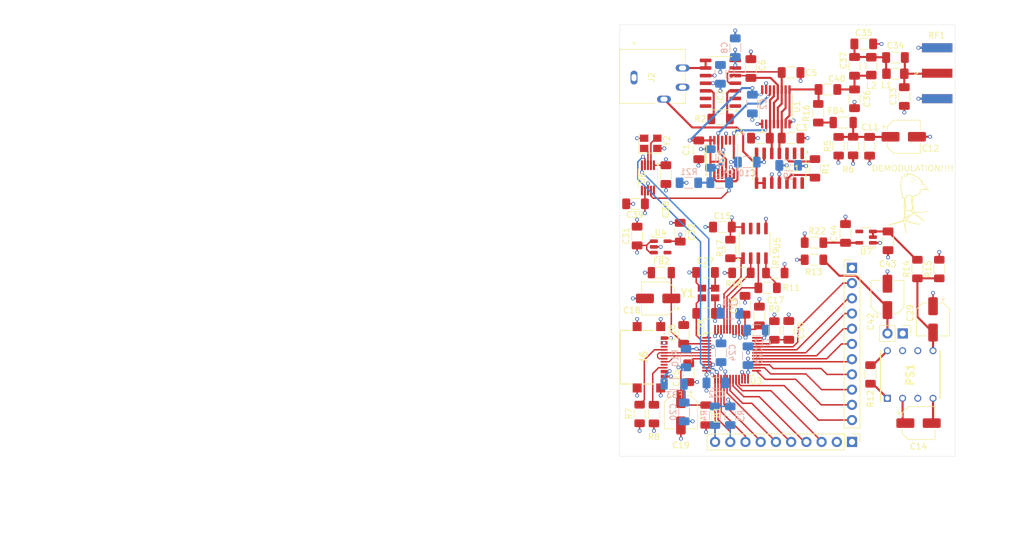
<source format=kicad_pcb>
(kicad_pcb (version 20240108) (generator "pcbnew") (generator_version "8.0")
  (layers (0 "F.Cu" signal) (1 "In1.Cu" signal) (2 "In2.Cu" signal) (31 "B.Cu" signal) (34 "B.Paste" user) (35 "F.Paste" user) (36 "B.SilkS" user "B.Silkscreen") (37 "F.SilkS" user "F.Silkscreen") (38 "B.Mask" user) (39 "F.Mask" user) (44 "Edge.Cuts" user))
  (net 0 "")
  (net 1 "GND")
  (net 2 "/Data/USB_3.3V")
  (net 3 "/Data/VCORE")
  (net 4 "/Data/VCCA")
  (net 5 "Net-(U3-VPHY)")
  (net 6 "Net-(U3-VPLL)")
  (net 7 "Net-(C20-Pad1)")
  (net 8 "Net-(J1-Pin_2)")
  (net 9 "/Data/XCSI")
  (net 10 "/Data/XCSO")
  (net 11 "/Data/RESETn")
  (net 12 "Net-(RF1-In)")
  (net 18 "Net-(IC2-SENSE)")
  (net 24 "/Data/D+")
  (net 25 "/Data/CC1")
  (net 27 "/Data/D-")
  (net 28 "/Data/CC2")
  (net 30 "Net-(J1-Pin_8)")
  (net 31 "Net-(J1-Pin_6)")
  (net 32 "Net-(J1-Pin_10)")
  (net 33 "Net-(J1-Pin_3)")
  (net 34 "Net-(J1-Pin_4)")
  (net 35 "Net-(J1-Pin_5)")
  (net 36 "Net-(J1-Pin_9)")
  (net 37 "Net-(J1-Pin_7)")
  (net 38 "Net-(J3-Pin_8)")
  (net 39 "Net-(J3-Pin_5)")
  (net 40 "Net-(J3-Pin_3)")
  (net 41 "Net-(J3-Pin_4)")
  (net 42 "Net-(U3-REF)")
  (net 43 "Net-(U5-DO)")
  (net 44 "/Data/EEDATA")
  (net 45 "/Data/EECS")
  (net 46 "/Data/EECLK")
  (net 51 "Net-(U6-XA)")
  (net 53 "Net-(U6-XB)")
  (net 55 "Net-(FB4-Pad1)")
  (net 56 "Net-(PS1-CAP+)")
  (net 57 "Net-(J3-Pin_6)")
  (net 58 "Net-(J3-Pin_7)")
  (net 59 "Net-(J1-Pin_11)")
  (net 60 "SDA")
  (net 61 "SCL")
  (net 62 "VBUS")
  (net 63 "/CLKIN")
  (net 64 "Net-(C36-Pad1)")
  (net 65 "/LO_CLK")
  (net 68 "/S0")
  (net 69 "/S1")
  (net 70 "/Q_GS1")
  (net 71 "/Q_GS2")
  (net 72 "/I_GS1")
  (net 73 "/I_GS2")
  (net 74 "/TAYLOE_IN")
  (net 75 "Net-(C34-Pad2)")
  (net 76 "Net-(C11-Pad1)")
  (net 77 "/AMP_Vn")
  (net 78 "Net-(IC1-SENSE)")
  (net 79 "/IA2")
  (net 80 "/IA1")
  (net 81 "/IA3")
  (net 82 "/IA0")
  (net 83 "/+3.3V")
  (net 86 "Net-(PS1-(N.C.)_BOOST)")
  (net 87 "Net-(PS1-CAP-)")
  (net 88 "Net-(PS1-VOUT)")
  (net 89 "Net-(J4-Pin_2)")
  (net 90 "Net-(U7-EN)")
  (net 92 "Net-(U7-VOUT)")
  (footprint "Package_SO:MSOP-10_3x3mm_P0.5mm" (layer "F.Cu") (at 175.33 76.185 -90)
    (property "Reference" "U6")
    (property "Value" "Si5351A-B-GT")
  )
  (footprint "Capacitor_SMD:C_1206_3216Metric_Pad1.33x1.80mm_HandSolder" (layer "F.Cu") (at 192.5075 57.9375 90)
    (property "Reference" "C6")
    (property "Value" "0.068u")
  )
  (footprint "Crystal:Crystal_SMD_Abracon_ABM8G-4Pin_3.2x2.5mm" (layer "F.Cu") (at 175.8 70.4175)
    (property "Reference" "Y2")
    (property "Value" "ABM8G-25.000MHZ-4Y-T3")
  )
  (footprint "Resistor_SMD:R_1206_3216Metric_Pad1.30x1.75mm_HandSolder" (layer "F.Cu") (at 190.9325 92.0375)
    (property "Reference" "R18")
    (property "Value" "10k")
  )
  (footprint "Capacitor_SMD:C_1206_3216Metric_Pad1.33x1.80mm_HandSolder" (layer "F.Cu") (at 182.1325 108.7025 -90)
    (property "Reference" "C25")
    (property "Value" "10u")
  )
  (footprint "Capacitor_SMD:C_1206_3216Metric_Pad1.33x1.80mm_HandSolder" (layer "F.Cu") (at 199.22 58.6 180)
    (property "Reference" "C5")
    (property "Value" "0.068u")
  )
  (footprint "Resistor_SMD:R_1206_3216Metric_Pad1.30x1.75mm_HandSolder" (layer "F.Cu") (at 187.4575 66.35 180)
    (property "Reference" "R2")
    (property "Value" "100")
  )
  (footprint "Package_SO:SOIC-14_3.9x8.7mm_P1.27mm" (layer "F.Cu") (at 197.2675 74.575 -90)
    (property "Reference" "IC1")
    (property "Value" "INA163UA_2K5")
  )
  (footprint "Inductor_SMD:L_1206_3216Metric_Pad1.42x1.75mm_HandSolder" (layer "F.Cu") (at 216.6275 58.8 180)
    (property "Reference" "L1")
    (property "Value" "330n")
  )
  (footprint "Capacitor_SMD:C_1206_3216Metric_Pad1.33x1.80mm_HandSolder" (layer "F.Cu") (at 191.5325 97.44 90)
    (property "Reference" "C16")
    (property "Value" "0.1u")
  )
  (footprint "Package_SO:SOIC-14_3.9x8.7mm_P1.27mm" (layer "F.Cu") (at 187.4325 60.39 180)
    (property "Reference" "IC2")
    (property "Value" "INA163UA_2K5")
  )
  (footprint "Resistor_SMD:R_1206_3216Metric_Pad1.30x1.75mm_HandSolder" (layer "F.Cu") (at 196.5825 92.0675 180)
    (property "Reference" "R19")
    (property "Value" "10k")
  )
  (footprint "Capacitor_SMD:C_1206_3216Metric_Pad1.33x1.80mm_HandSolder" (layer "F.Cu") (at 212.32 70.9125 -90)
    (property "Reference" "C11")
    (property "Value" "0.1u")
  )
  (footprint "Capacitor_SMD:CP_Elec_5x5.3" (layer "F.Cu") (at 180.8325 115.3025 -90)
    (property "Reference" "C19")
    (property "Value" "4.7u")
  )
  (footprint "Resistor_SMD:R_1206_3216Metric_Pad1.30x1.75mm_HandSolder" (layer "F.Cu") (at 220.3 91.4 90)
    (property "Reference" "R14")
    (property "Value" "0")
  )
  (footprint "Capacitor_SMD:C_1206_3216Metric_Pad1.33x1.80mm_HandSolder" (layer "F.Cu") (at 187.76 84.3925)
    (property "Reference" "C15")
    (property "Value" "0.1u")
  )
  (footprint "Capacitor_SMD:C_1206_3216Metric_Pad1.33x1.80mm_HandSolder" (layer "F.Cu") (at 183.8125 71.5 -90)
    (property "Reference" "C1")
    (property "Value" "0.1u")
  )
  (footprint "Inductor_SMD:L_1206_3216Metric_Pad1.22x1.90mm_HandSolder" (layer "F.Cu") (at 185.0325 115.765 -90)
    (property "Reference" "FB1")
    (property "Value" "600R/0.5A")
  )
  (footprint "Resistor_SMD:R_1206_3216Metric_Pad1.30x1.75mm_HandSolder" (layer "F.Cu") (at 189.0925 88.0475 -90)
    (property "Reference" "R17")
    (property "Value" "10k")
  )
  (footprint "Inductor_SMD:L_1206_3216Metric_Pad1.22x1.90mm_HandSolder" (layer "F.Cu") (at 207.92 66.95)
    (property "Reference" "FB4")
    (property "Value" "600R/0.5A")
  )
  (footprint "Inductor_SMD:L_1206_3216Metric_Pad1.22x1.90mm_HandSolder" (layer "F.Cu") (at 177.57 92.0025)
    (property "Reference" "FB2")
    (property "Value" "600R/0.5A")
  )
  (footprint "Connector_PinHeader_2.54mm:PinHeader_1x11_P2.54mm_Vertical" (layer "F.Cu") (at 209.3825 91.2025)
    (property "Reference" "J1" (hide yes))
    (property "Value" "Conn_01x11_Pin" (hide yes))
  )
  (footprint "Resistor_SMD:R_1206_3216Metric_Pad1.30x1.75mm_HandSolder" (layer "F.Cu") (at 203.2075 74.6 -90)
    (property "Reference" "R1")
    (property "Value" "100")
  )
  (footprint "tayloe:830105420809" (layer "F.Cu") (at 185.445 95.4025)
    (property "Reference" "Y1")
    (property "Value" "830105420809" (hide yes))
  )
  (footprint "Resistor_SMD:R_1206_3216Metric_Pad1.30x1.75mm_HandSolder" (layer "F.Cu") (at 203.7575 65.4 -90)
    (property "Reference" "R16")
    (property "Value" "0")
  )
  (footprint "Capacitor_SMD:C_1206_3216Metric_Pad1.33x1.80mm_HandSolder" (layer "F.Cu") (at 199.22 69.55 180)
    (property "Reference" "C3")
    (property "Value" "0.068u")
  )
  (footprint "Package_SO:TSSOP-14_4.4x5mm_P0.65mm" (layer "F.Cu") (at 187.7125 72.775 90)
    (property "Reference" "U2")
    (property "Value" "SN74AC74PWR")
  )
  (footprint "Resistor_SMD:R_1206_3216Metric_Pad1.30x1.75mm_HandSolder" (layer "F.Cu") (at 207.1575 70.9 90)
    (property "Reference" "R5")
    (property "Value" "4.02k")
  )
  (footprint "Capacitor_SMD:C_1206_3216Metric_Pad1.33x1.80mm_HandSolder" (layer "F.Cu") (at 178.33 75.6375 -90)
    (property "Reference" "C38")
    (property "Value" "0.47u")
  )
  (footprint "Resistor_SMD:R_1206_3216Metric_Pad1.30x1.75mm_HandSolder" (layer "F.Cu") (at 196.4325 101.6525 90)
    (property "Reference" "R9")
    (property "Value" "12k")
  )
  (footprint "Connector_PinHeader_2.54mm:PinHeader_1x10_P2.54mm_Vertical" (layer "F.Cu") (at 209.3925 120.2525 -90)
    (property "Reference" "J3" (hide yes))
    (property "Value" "Conn_01x10_Pin" (hide yes))
  )
  (footprint "Capacitor_SMD:C_1206_3216Metric_Pad1.33x1.80mm_HandSolder" (layer "F.Cu") (at 209.8075 62.9875 -90)
    (property "Reference" "C36")
    (property "Value" "91p")
  )
  (footprint "Resistor_SMD:R_1206_3216Metric_Pad1.30x1.75mm_HandSolder" (layer "F.Cu") (at 209.57 70.875 90)
    (property "Reference" "R6")
    (property "Value" "1k")
  )
  (footprint "Capacitor_SMD:C_1206_3216Metric_Pad1.33x1.80mm_HandSolder" (layer "F.Cu") (at 181.2925 102.31 -90)
    (property "Reference" "C26")
    (property "Value" "10u")
  )
  (footprint "Capacitor_SMD:C_1206_3216Metric_Pad1.33x1.80mm_HandSolder" (layer "F.Cu") (at 215.4 86.6875 90)
    (property "Reference" "C43")
    (property "Value" "4.7u")
  )
  (footprint "Resistor_SMD:R_1206_3216Metric_Pad1.30x1.75mm_HandSolder" (layer "F.Cu") (at 223.95 91.4 90)
    (property "Reference" "R15")
    (property "Value" "0")
  )
  (footprint "Resistor_SMD:R_1206_3216Metric_Pad1.30x1.75mm_HandSolder" (layer "F.Cu") (at 203.05 89.85 180)
    (property "Reference" "R13")
    (property "Value" "0")
  )
  (footprint "Connector_PinHeader_2.54mm:PinHeader_1x02_P2.54mm_Vertical" (layer "F.Cu") (at 217.85 102.15 -90)
    (property "Reference" "J4" (hide yes))
    (property "Value" "Conn_01x02_Pin" (hide yes))
  )
  (footprint "Resistor_SMD:R_1206_3216Metric_Pad1.30x1.75mm_HandSolder" (layer "F.Cu") (at 195.3025 94.5375)
    (property "Reference" "R11")
    (property "Value" "2k")
  )
  (footprint "Package_TO_SOT_SMD:SOT-23-5" (layer "F.Cu") (at 177.4625 87.7025)
    (property "Reference" "U4")
    (property "Value" "AP2112K-3.3")
  )
  (footprint "Capacitor_SMD:C_1206_3216Metric_Pad1.33x1.80mm_HandSolder" (layer "F.Cu") (at 184.945 91.965 180)
    (property "Reference" "C27")
    (property "Value" "8p")
  )
  (footprint "Capacitor_SMD:CP_Elec_5x5.3" (layer "F.Cu") (at 220.49 117.11)
    (property "Reference" "C14")
    (property "Value" "22u")
  )
  (footprint "Capacitor_SMD:CP_Elec_5x5.3" (layer "F.Cu") (at 222.91 99.8 -90)
    (property "Reference" "C29")
    (property "Value" "22u")
  )
  (footprint "Resistor_SMD:R_1206_3216Metric_Pad1.30x1.75mm_HandSolder" (layer "F.Cu") (at 173.9425 115.5825 90)
    (property "Reference" "R7")
    (property "Value" "5.1k 1%")
  )
  (footprint "Package_SO:SOIC-8_3.9x4.9mm_P1.27mm" (layer "F.Cu") (at 193.1175 87.1125 90)
    (property "Reference" "U5")
    (property "Value" "93LCxxB")
  )
  (footprint "tayloe:bird" (layer "F.Cu") (at 219.25 78.05)
    (property "Reference" "REF**" (hide yes))
    (property "Value" "bird" (hide yes))
  )
  (footprint "tayloe:SAMESKY_SJ3-35063B" (layer "F.Cu") (at 173.0075 59.45 -90)
    (property "Reference" "J2")
    (property "Value" "SJ3-35063B")
  )
  (footprint "Capacitor_SMD:C_1206_3216Metric_Pad1.33x1.80mm_HandSolder" (layer "F.Cu") (at 173.525 85.89 90)
    (property "Reference" "C31")
    (property "Value" "10u")
  )
  (footprint "Capacitor_SMD:C_1206_3216Metric_Pad1.33x1.80mm_HandSolder" (layer "F.Cu") (at 193.9325 99.24 90)
    (property "Reference" "C17")
    (property "Value" "0.1u")
  )
  (footprint "Package_TO_SOT_SMD:TSOT-23-5" (layer "F.Cu") (at 211.7425 86.075 180)
    (property "Reference" "U7")
    (property "Value" "ADP7182AUJZ-5.0")
  )
  (footprint "Capacitor_SMD:C_1206_3216Metric_Pad1.33x1.80mm_HandSolder" (layer "F.Cu") (at 208.3 85.455 -90)
    (property "Reference" "C44")
    (property "Value" "4.7u")
  )
  (footprint "Capacitor_SMD:C_1206_3216Metric_Pad1.33x1.80mm_HandSolder" (layer "F.Cu") (at 211.3475 53.83)
    (property "Reference" "C35")
    (property "Value" "180p")
  )
  (footprint "Inductor_SMD:L_1206_3216Metric_Pad1.42x1.75mm_HandSolder" (layer "F.Cu") (at 212.6075 57.5375 -90)
    (property "Reference" "L2")
    (property "Value" "270n")
  )
  (footprint "Capacitor_SMD:C_1206_3216Metric_Pad1.33x1.80mm_HandSolder" (layer "F.Cu") (at 216.6425 56.1 180)
    (property "Reference" "C34")
    (property "Value" "12p")
  )
  (footprint "Capacitor_SMD:C_1206_3216Metric_Pad1.33x1.80mm_HandSolder" (layer "F.Cu") (at 209.8075 57.5725 -90)
    (property "Reference" "C37")
    (property "Value" "33p")
  )
  (footprint "Resistor_SMD:R_1206_3216Metric_Pad1.30x1.75mm_HandSolder" (layer "F.Cu") (at 203.05 87 180)
    (property "Reference" "R22")
    (property "Value" "0")
  )
  (footprint "Capacitor_SMD:C_1206_3216Metric_Pad1.33x1.80mm_HandSolder" (layer "F.Cu") (at 194.1075 69.55 180)
    (property "Reference" "C4")
    (property "Value" "0.068u")
  )
  (footprint "Capacitor_SMD:C_1206_3216Metric_Pad1.33x1.80mm_HandSolder" (layer "F.Cu") (at 180.725 85.2525 90)
    (property "Reference" "C32")
    (property "Value" "10u")
  )
  (footprint "Capacitor_SMD:C_1206_3216Metric_Pad1.33x1.80mm_HandSolder" (layer "F.Cu") (at 205.37 61.43 180)
    (property "Reference" "C40")
    (property "Value" "0.1u")
  )
  (footprint "Capacitor_SMD:C_1206_3216Metric_Pad1.33x1.80mm_HandSolder" (layer "F.Cu") (at 218.115 62.6125 -90)
    (property "Reference" "C33")
    (property "Value" "110p")
  )
  (footprint "tayloe:GSB1C41110SSHR" (layer "F.Cu") (at 174.6475 106.1225 -90)
    (property "Reference" "J6")
    (property "Value" "GSB1C41110SSHR" (hide yes))
  )
  (footprint "Capacitor_SMD:C_1206_3216Metric_Pad1.33x1.80mm_HandSolder" (layer "F.Cu") (at 173.2625 80.515 180)
    (property "Reference" "C39")
    (property "Value" "0.47u")
  )
  (footprint "Package_QFP:LQFP-48_7x7mm_P0.5mm" (layer "F.Cu") (at 189.2825 105.6225)
    (property "Reference" "U3")
    (property "Value" "FT232H")
  )
  (footprint "Capacitor_SMD:C_1206_3216Metric_Pad1.33x1.80mm_HandSolder" (layer "F.Cu") (at 184.97 98.8025)
    (property "Reference" "C28")
    (property "Value" "8p")
  )
  (footprint "Package_SO:TSSOP-16_4.4x5mm_P0.65mm" (layer "F.Cu") (at 196.6825 64.325 90)
    (property "Reference" "U1")
    (property "Value" "PI3B3253LEX")
  )
  (footprint "Resistor_SMD:R_1206_3216Metric_Pad1.30x1.75mm_HandSolder" (layer "F.Cu") (at 212.47 108.99 90)
    (property "Reference" "R12")
    (property "Value" "0")
  )
  (footprint "Capacitor_SMD:CP_Elec_5x5.3" (layer "F.Cu") (at 177.0325 96.3025 180)
    (property "Reference" "C18")
    (property "Value" "4.7u")
  )
  (footprint "Capacitor_SMD:C_1206_3216Metric_Pad1.33x1.80mm_HandSolder" (layer "F.Cu") (at 198.8325 101.64 90)
    (property "Reference" "C30")
    (property "Value" "10n")
  )
  (footprint "Capacitor_SMD:CP_Elec_5x5.3" (layer "F.Cu") (at 218.02 69.325)
    (property "Reference" "C12")
    (property "Value" "47p")
  )
  (footprint "Resistor_SMD:R_1206_3216Metric_Pad1.30x1.75mm_HandSolder" (layer "F.Cu") (at 176.3325 115.6025 90)
    (property "Reference" "R8")
    (property "Value" "5.1k 1%")
  )
  (footprint "tayloe:DIP794W56P254L938H457Q8N" (layer "F.Cu") (at 219.1 109 90)
    (property "Reference" "PS1")
    (property "Value" "MAX1044CPA+" (hide yes))
  )
  (footprint "Capacitor_SMD:CP_Elec_5x5.3" (layer "F.Cu") (at 215.3 96.05 90)
    (property "Reference" "C42")
    (property "Value" "0.1u")
  )
  (footprint "Connector_Coaxial:SMA_Amphenol_132289_EdgeMount" (layer "F.Cu") (at 223.6 58.72)
    (property "Reference" "RF1")
    (property "Value" "CON-SMA-EDGE-S")
  )
  (footprint "Resistor_SMD:R_1206_3216Metric_Pad1.30x1.75mm_HandSolder" (layer "B.Cu") (at 185.7625 72.9375 90)
    (property "Reference" "R20")
    (property "Value" "10k")
  )
  (footprint "Resistor_SMD:R_1206_3216Metric_Pad1.30x1.75mm_HandSolder" (layer "B.Cu") (at 189.0725 115.8825 90)
    (property "Reference" "R3")
    (property "Value" "10k")
  )
  (footprint "Capacitor_SMD:C_1206_3216Metric_Pad1.33x1.80mm_HandSolder" (layer "B.Cu") (at 186.67 110.4025)
    (property "Reference" "C22")
    (property "Value" "0.1u")
  )
  (footprint "Inductor_SMD:L_1206_3216Metric_Pad1.22x1.90mm_HandSolder" (layer "B.Cu") (at 179.695 110.5925)
    (property "Reference" "FB3")
    (property "Value" "600R/0.5A")
  )
  (footprint "Capacitor_SMD:C_1206_3216Metric_Pad1.33x1.80mm_HandSolder" (layer "B.Cu") (at 192.0325 105.86 90)
    (property "Reference" "C23")
    (property "Value" "0.1u")
  )
  (footprint "Capacitor_SMD:C_1206_3216Metric_Pad1.33x1.80mm_HandSolder" (layer "B.Cu") (at 191.9075 73.55 180)
    (property "Reference" "C10")
    (property "Value" "0.1u")
  )
  (footprint "Capacitor_SMD:C_1206_3216Metric_Pad1.33x1.80mm_HandSolder" (layer "B.Cu") (at 187.4325 58.905 90)
    (property "Reference" "C7")
    (property "Value" "0.1u")
  )
  (footprint "Capacitor_SMD:C_1206_3216Metric_Pad1.33x1.80mm_HandSolder" (layer "B.Cu") (at 189.0125 98.8025 180)
    (property "Reference" "C21")
    (property "Value" "0.1u")
  )
  (footprint "Resistor_SMD:R_1206_3216Metric_Pad1.30x1.75mm_HandSolder" (layer "B.Cu") (at 186.5225 115.8825 -90)
    (property "Reference" "R4")
    (property "Value" "10k")
  )
  (footprint "Capacitor_SMD:C_1206_3216Metric_Pad1.33x1.80mm_HandSolder" (layer "B.Cu") (at 189.9075 54.4625 90)
    (property "Reference" "C8")
    (property "Value" "0.1u")
  )
  (footprint "Capacitor_SMD:C_1206_3216Metric_Pad1.33x1.80mm_HandSolder" (layer "B.Cu") (at 198.82 74.1)
    (property "Reference" "C9")
    (property "Value" "0.1u")
  )
  (footprint "Capacitor_SMD:C_1206_3216Metric_Pad1.33x1.80mm_HandSolder" (layer "B.Cu") (at 193.455 101.5825)
    (property "Reference" "C13")
    (property "Value" "0.1u")
  )
  (footprint "Capacitor_SMD:C_1206_3216Metric_Pad1.33x1.80mm_HandSolder" (layer "B.Cu") (at 187.5325 105.365 -90)
    (property "Reference" "C24")
    (property "Value" "0.1u")
  )
  (footprint "Capacitor_SMD:C_1206_3216Metric_Pad1.33x1.80mm_HandSolder" (layer "B.Cu") (at 192.7575 63.8625 90)
    (property "Reference" "C2")
    (property "Value" "0.1u")
  )
  (footprint "Capacitor_SMD:C_1206_3216Metric_Pad1.33x1.80mm_HandSolder" (layer "B.Cu") (at 187.3125 76.9875 180)
    (property "Reference" "C41")
    (property "Value" "0.1u")
  )
  (footprint "Capacitor_SMD:C_1206_3216Metric_Pad1.33x1.80mm_HandSolder" (layer "B.Cu") (at 181.3825 115.245 -90)
    (property "Reference" "C20")
    (property "Value" "10n")
  )
  (footprint "Resistor_SMD:R_1206_3216Metric_Pad1.30x1.75mm_HandSolder" (layer "B.Cu") (at 181.6825 106.2525 -90)
    (property "Reference" "R10")
    (property "Value" "12k 1%")
  )
  (footprint "Resistor_SMD:R_1206_3216Metric_Pad1.30x1.75mm_HandSolder" (layer "B.Cu") (at 182.1625 77.002979)
    (property "Reference" "R21")
    (property "Value" "10k")
  )
  (gr_rect (start 170.623748 50.66) (end 226.59 122.63) (stroke (width 0.05)) (fill none) (layer "Edge.Cuts"))
  (segment (start 179.1775 83.69) (end 179.175 83.6925) (width 0.25) (layer "F.Cu") (net 1))
  (segment (start 194.4075 67.1875) (end 193.62 67.1875) (width 0.35) (layer "F.Cu") (net 1))
  (segment (start 193.67 69.55) (end 192.545 69.55) (width 0.35) (layer "F.Cu") (net 1))
  (segment (start 215.3 93.85) (end 215.3 91.8) (width 0.25) (layer "F.Cu") (net 1))
  (segment (start 189.177501 74.390479) (end 189.175 74.390479) (width 0.35) (layer "F.Cu") (net 1))
  (segment (start 185.12 107.3725) (end 186.2025 107.3725) (width 0.25) (layer "F.Cu") (net 1))
  (segment (start 193.9325 97.6775) (end 193.9325 96.4025) (width 0.25) (layer "F.Cu") (net 1))
  (segment (start 195.0575 61.4625) (end 195.0575 60.4) (width 0.35) (layer "F.Cu") (net 1))
  (segment (start 189.5325 102.3225) (end 189.7825 102.5725) (width 0.25) (layer "F.Cu") (net 1))
  (segment (start 212.32 72.475) (end 212.32 73.775) (width 0.35) (layer "F.Cu") (net 1))
  (segment (start 223.6 62.97) (end 220.47 62.97) (width 0.35) (layer "F.Cu") (net 1))
  (segment (start 173.5325 101.0025) (end 173.5325 99.7525) (width 0.25) (layer "F.Cu") (net 1))
  (segment (start 215.4 88.25) (end 215.4 89.445) (width 0.35) (layer "F.Cu") (net 1))
  (segment (start 193.445 102.8725) (end 194.73 102.8725) (width 0.25) (layer "F.Cu") (net 1))
  (segment (start 181.2925 100.7475) (end 181.2925 99.6025) (width 0.25) (layer "F.Cu") (net 1))
  (segment (start 186.5325 102.5975) (end 186.53 102.6) (width 0.25) (layer "F.Cu") (net 1))
  (segment (start 189.6625 74.875478) (end 189.177501 74.390479) (width 0.35) (layer "F.Cu") (net 1))
  (segment (start 174.7 69.5675) (end 173.52 69.5675) (width 0.25) (layer "F.Cu") (net 1))
  (segment (start 186.545 98.79) (end 186.5325 98.8025) (width 0.25) (layer "F.Cu") (net 1))
  (segment (start 185.7025 107.8725) (end 186.2025 107.3725) (width 0.25) (layer "F.Cu") (net 1))
  (segment (start 184.9575 59.12) (end 186.4375 59.12) (width 0.35) (layer "F.Cu") (net 1))
  (segment (start 185.12 104.3725) (end 186.1325 104.3725) (width 0.25) (layer "F.Cu") (net 1))
  (segment (start 183.8125 74.0875) (end 183.7625 74.1375) (width 0.35) (layer "F.Cu") (net 1))
  (segment (start 195.9975 75.61) (end 196.0075 75.6) (width 0.35) (layer "F.Cu") (net 1))
  (segment (start 190.0325 102.3225) (end 189.7825 102.5725) (width 0.25) (layer "F.Cu") (net 1))
  (segment (start 208.3 83.8925) (end 208.3 82.665) (width 0.35) (layer "F.Cu") (net 1))
  (segment (start 182.1325 110.265) (end 183.5325 110.265) (width 0.25) (layer "F.Cu") (net 1))
  (segment (start 218.115 64.175) (end 218.115 65.25) (width 0.25) (layer "F.Cu") (net 1))
  (segment (start 186.5325 98.8025) (end 186.5325 100.0425) (width 0.25) (layer "F.Cu") (net 1))
  (segment (start 223.6 54.47) (end 220.47 54.47) (width 0.35) (layer "F.Cu") (net 1))
  (segment (start 222.91 95.38) (end 222.91 97.6) (width 0.25) (layer "F.Cu") (net 1))
  (segment (start 180.8325 117.5025) (end 180.8325 119.7025) (width 0.25) (layer "F.Cu") (net 1))
  (segment (start 189.6625 75.6375) (end 189.6625 74.875478) (width 0.35) (layer "F.Cu") (net 1))
  (segment (start 183.3825 93.64) (end 184.345 94.6025) (width 0.25) (layer "F.Cu") (net 1))
  (segment (start 195.9975 77.05) (end 195.9975 75.61) (width 0.35) (layer "F.Cu") (net 1))
  (segment (start 200.8075 60) (end 200.8075 58.625) (width 0.35) (layer "F.Cu") (net 1))
  (segment (start 177.4625 101.0025) (end 177.4625 99.7525) (width 0.25) (layer "F.Cu") (net 1))
  (segment (start 176.9 71.2675) (end 178.06 71.2675) (width 0.25) (layer "F.Cu") (net 1))
  (segment (start 173.9425 117.1325) (end 173.9425 118.4025) (width 0.25) (layer "F.Cu") (net 1))
  (segment (start 209.57 72.425) (end 209.57 73.825) (width 0.35) (layer "F.Cu") (net 1))
  (segment (start 191.5325 95.8775) (end 191.5325 96.9925) (width 0.25) (layer "F.Cu") (net 1))
  (segment (start 201.9575 69.55) (end 200.7825 69.55) (width 0.35) (layer "F.Cu") (net 1))
  (segment (start 189.5325 101.46) (end 189.5325 102.3225) (width 0.25) (layer "F.Cu") (net 1))
  (segment (start 199.6075 66.6125) (end 199.5325 66.6125) (width 0.35) (layer "F.Cu") (net 1))
  (segment (start 178.0375 102.9225) (end 179.1625 102.9225) (width 0.35) (layer "F.Cu") (net 1))
  (segment (start 180.725 83.69) (end 179.1775 83.69) (width 0.25) (layer "F.Cu") (net 1))
  (segment (start 199.5325 66.6125) (end 198.9575 67.1875) (width 0.35) (layer "F.Cu") (net 1))
  (segment (start 209.8075 64.55) (end 209.8075 63.5) (width 0.35) (layer "F.Cu") (net 1))
  (segment (start 185.12 106.8725) (end 185.7025 106.8725) (width 0.25) (layer "F.Cu") (net 1))
  (segment (start 185.7025 106.8725) (end 186.2025 107.3725) (width 0.25) (layer "F.Cu") (net 1))
  (segment (start 186.545 96.2025) (end 186.545 98.79) (width 0.25) (layer "F.Cu") (net 1))
  (segment (start 171.7 80.515) (end 172.87 80.515) (width 0.25) (layer "F.Cu") (net 1))
  (segment (start 187.0325 102.0975) (end 186.53 102.6) (width 0.25) (layer "F.Cu") (net 1))
  (segment (start 212.91 53.83) (end 214.3 53.83) (width 0.25) (layer "F.Cu") (net 1))
  (segment (start 191.5325 109.785) (end 191.5325 109.1025) (width 0.25) (layer "F.Cu") (net 1))
  (segment (start 175.33 78.2975) (end 175.33 77.115) (width 0.25) (layer "F.Cu") (net 1))
  (segment (start 183.3825 91.965) (end 182.245 91.965) (width 0.25) (layer "F.Cu") (net 1))
  (segment (start 176.3325 117.1525) (end 176.3325 118.4025) (width 0.25) (layer "F.Cu") (net 1))
  (segment (start 176.325 87.7025) (end 177.4625 87.7025) (width 0.25) (layer "F.Cu") (net 1))
  (segment (start 194.23 103.3725) (end 194.73 102.8725) (width 0.25) (layer "F.Cu") (net 1))
  (segment (start 185.12 107.8725) (end 185.7025 107.8725) (width 0.25) (layer "F.Cu") (net 1))
  (segment (start 191.0325 109.785) (end 191.0325 108.6025) (width 0.25) (layer "F.Cu") (net 1))
  (segment (start 193.62 67.1875) (end 193.6075 67.2) (width 0.35) (layer "F.Cu") (net 1))
  (segment (start 183.3825 93.64) (end 183.3825 91.965) (width 0.25) (layer "F.Cu") (net 1))
  (segment (start 195.0225 84.6375) (end 195.0225 83.0075) (width 0.25) (layer "F.Cu") (net 1))
  (segment (start 173.525 84.3275) (end 173.525 83.1525) (width 0.25) (layer "F.Cu") (net 1))
  (segment (start 200.8075 58.625) (end 200.7825 58.6) (width 0.35) (layer "F.Cu") (net 1))
  (segment (start 192.5075 56.375) (end 192.5075 55.1) (width 0.35) (layer "F.Cu") (net 1))
  (segment (start 212.88 87.025) (end 214.06 87.025) (width 0.35) (layer "F.Cu") (net 1))
  (segment (start 198.8325 100.0775) (end 198.8325 99.0025) (width 0.25) (layer "F.Cu") (net 1))
  (segment (start 186.4375 59.12) (end 186.4575 59.1) (width 0.35) (layer "F.Cu") (net 1))
  (segment (start 187.0325 101.46) (end 187.0325 102.0975) (width 0.25) (layer "F.Cu") (net 1))
  (segment (start 186.5325 101.46) (end 186.5325 102.5975) (width 0.25) (layer "F.Cu") (net 1))
  (segment (start 178.33 77.2) (end 178.33 78.27) (width 0.25) (layer "F.Cu") (net 1))
  (segment (start 186.1975 84.3925) (end 184.9225 84.3925) (width 0.25) (layer "F.Cu") (net 1))
  (segment (start 191.5325 109.1025) (end 191.0325 108.6025) (width 0.25) (layer "F.Cu") (net 1))
  (segment (start 193.445 103.3725) (end 194.23 103.3725) (width 0.25) (layer "F.Cu") (net 1))
  (segment (start 177.4625 111.2425) (end 177.4625 112.5025) (width 0.25) (layer "F.Cu") (net 1))
  (segment (start 173.5325 111.2425) (end 173.5325 112.5025) (width 0.25) (layer "F.Cu") (net 1))
  (segment (start 178.0375 109.3225) (end 179.1625 109.3225) (width 0.35) (layer "F.Cu") (net 1))
  (segment (start 183.8125 73.0625) (end 183.8125 74.0875) (width 0.35) (layer "F.Cu") (net 1))
  (segment (start 220.22 69.325) (end 222.42 69.325) (width 0.35) (layer "F.Cu") (net 1))
  (segment (start 190.0325 101.46) (end 190.0325 102.3225) (width 0.25) (layer "F.Cu") (net 1))
  (segment (start 174.8325 96.3025) (end 172.8325 96.3025) (width 0.25) (layer "F.Cu") (net 1))
  (via (at 187.5325 108.0025) (size 0.65) (drill 0.4) (layers "F.Cu" "B.Cu") (net 1))
  (via (at 173.9425 118.4025) (size 0.65) (drill 0.4) (layers "F.Cu" "B.Cu") (net 1))
  (via (at 183.7625 74.1375) (size 0.65) (drill 0.4) (layers "F.Cu" "B.Cu") (net 1))
  (via (at 173.525 83.1525) (size 0.65) (drill 0.4) (layers "F.Cu" "B.Cu") (net 1))
  (via (at 214.06 87.025) (size 0.65) (drill 0.4) (layers "F.Cu" "B.Cu") (net 1))
  (via (at 175.33 77.115) (size 0.65) (drill 0.4) (layers "F.Cu" "B.Cu") (net 1))
  (via (at 215.3 91.8) (size 0.65) (drill 0.4) (layers "F.Cu" "B.Cu") (net 1))
  (via (at 179.175 83.6925) (size 0.65) (drill 0.4) (layers "F.Cu" "B.Cu") (net 1))
  (via (at 178.33 78.27) (size 0.65) (drill 0.4) (layers "F.Cu" "B.Cu") (net 1))
  (via (at 193.67 69.55) (size 0.65) (drill 0.4) (layers "F.Cu" "B.Cu") (net 1))
  (via (at 191.5325 96.9925) (size 0.65) (drill 0.4) (layers "F.Cu" "B.Cu") (net 1))
  (via (at 177.4625 87.7025) (size 0.65) (drill 0.4) (layers "F.Cu" "B.Cu") (net 1))
  (via (at 196.0075 75.6) (size 0.65) (drill 0.4) (layers "F.Cu" "B.Cu") (net 1))
  (via (at 184.9225 84.3925) (size 0.65) (drill 0.4) (layers "F.Cu" "B.Cu") (net 1))
  (via (at 178.06 71.2675) (size 0.65) (drill 0.4) (layers "F.Cu" "B.Cu") (net 1))
  (via (at 189.2075 73.55) (size 0.65) (drill 0.4) (layers "F.Cu" "B.Cu") (net 1))
  (via (at 177.4625 112.5025) (size 0.65) (drill 0.4) (layers "F.Cu" "B.Cu") (net 1))
  (via (at 220.47 62.97) (size 0.65) (drill 0.4) (layers "F.Cu" "B.Cu") (net 1))
  (via (at 209.8075 63.5) (size 0.65) (drill 0.4) (layers "F.Cu" "B.Cu") (net 1))
  (via (at 173.52 69.5675) (size 0.65) (drill 0.4) (layers "F.Cu" "B.Cu") (net 1))
  (via (at 188.2325 108.5025) (size 0.65) (drill 0.4) (layers "F.Cu" "B.Cu") (net 1))
  (via (at 195.0225 83.0075) (size 0.65) (drill 0.4) (layers "F.Cu" "B.Cu") (net 1))
  (via (at 192.75 66.48) (size 0.65) (drill 0.4) (layers "F.Cu" "B.Cu") (net 1))
  (via (at 220.47 54.47) (size 0.65) (drill 0.4) (layers "F.Cu" "B.Cu") (net 1))
  (via (at 183.5325 110.265) (size 0.65) (drill 0.4) (layers "F.Cu" "B.Cu") (net 1))
  (via (at 193.9325 96.4025) (size 0.65) (drill 0.4) (layers "F.Cu" "B.Cu") (net 1))
  (via (at 189.9075 51.6) (size 0.65) (drill 0.4) (layers "F.Cu" "B.Cu") (net 1))
  (via (at 194.73 102.8725) (size 0.65) (drill 0.4) (layers "F.Cu" "B.Cu") (net 1))
  (via (at 176.3325 118.4025) (size 0.65) (drill 0.4) (layers "F.Cu" "B.Cu") (net 1))
  (via (at 172.87 80.515) (size 0.65) (drill 0.4) (layers "F.Cu" "B.Cu") (net 1))
  (via (at 201.7075 74.2) (size 0.65) (drill 0.4) (layers "F.Cu" "B.Cu") (net 1))
  (via (at 193.6075 67.2) (size 0.65) (drill 0.4) (layers "F.Cu" "B.Cu") (net 1))
  (via (at 186.4575 59.1) (size 0.65) (drill 0.4) (layers "F.Cu" "B.Cu") (net 1))
  (via (at 195.0575 60.4) (size 0.65) (drill 0.4) (layers "F.Cu" "B.Cu") (net 1))
  (via (at 179.1625 102.9225) (size 0.65) (drill 0.4) (layers "F.Cu" "B.Cu") (net 1))
  (via (at 182.245 91.965) (size 0.65) (drill 0.4) (layers "F.Cu" "B.Cu") (net 1))
  (via (at 186.1325 104.3725) (size 0.65) (drill 0.4) (layers "F.Cu" "B.Cu") (net 1))
  (via (at 222.42 69.325) (size 0.65) (drill 0.4) (layers "F.Cu" "B.Cu") (net 1))
  (via (at 172.8325 96.3025) (size 0.65) (drill 0.4) (layers "F.Cu" "B.Cu") (net 1))
  (via (at 192.5075 55.1) (size 0.65) (drill 0.4) (layers "F.Cu" "B.Cu") (net 1))
  (via (at 177.4625 99.7525) (size 0.65) (drill 0.4) (layers "F.Cu" "B.Cu") (net 1))
  (via (at 192.0325 105.3325) (size 0.65) (drill 0.4) (layers "F.Cu" "B.Cu") (net 1))
  (via (at 187.2025 97.5725) (size 0.65) (drill 0.4) (layers "F.Cu" "B.Cu") (net 1))
  (via (at 180.4325 107.8025) (size 0.65) (drill 0.4) (layers "F.Cu" "B.Cu") (net 1))
  (via (at 173.5325 99.7525) (size 0.65) (drill 0.4) (layers "F.Cu" "B.Cu") (net 1))
  (via (at 187.4075 58.55) (size 0.65) (drill 0.4) (layers "F.Cu" "B.Cu") (net 1))
  (via (at 199.6075 66.6125) (size 0.65) (drill 0.4) (layers "F.Cu" "B.Cu") (net 1))
  (via (at 186.5325 100.0425) (size 0.65) (drill 0.4) (layers "F.Cu" "B.Cu") (net 1))
  (via (at 184.1625 71.3875) (size 0.65) (drill 0.4) (layers "F.Cu" "B.Cu") (net 1))
  (via (at 179.1625 109.3225) (size 0.65) (drill 0.4) (layers "F.Cu" "B.Cu") (net 1))
  (via (at 180.8325 119.7025) (size 0.65) (drill 0.4) (layers "F.Cu" "B.Cu") (net 1))
  (via (at 209.57 73.825) (size 0.65) (drill 0.4) (layers "F.Cu" "B.Cu") (net 1))
  (via (at 215.4 89.445) (size 0.65) (drill 0.4) (layers "F.Cu" "B.Cu") (net 1))
  (via (at 201.9575 69.55) (size 0.65) (drill 0.4) (layers "F.Cu" "B.Cu") (net 1))
  (via (at 218.115 65.25) (size 0.65) (drill 0.4) (layers "F.Cu" "B.Cu") (net 1))
  (via (at 214.3 53.83) (size 0.65) (drill 0.4) (layers "F.Cu" "B.Cu") (net 1))
  (via (at 173.5325 112.5025) (size 0.65) (drill 0.4) (layers "F.Cu" "B.Cu") (net 1))
  (via (at 186.53 102.6) (size 0.65) (drill 0.4) (layers "F.Cu" "B.Cu") (net 1))
  (via (at 212.32 73.775) (size 0.65) (drill 0.4) (layers "F.Cu" "B.Cu") (net 1))
  (via (at 222.91 95.38) (size 0.65) (drill 0.4) (layers "F.Cu" "B.Cu") (net 1))
  (via (at 189.175 74.390479) (size 0.65) (drill 0.4) (layers "F.Cu" "B.Cu") (net 1))
  (via (at 200.8075 60) (size 0.65) (drill 0.4) (layers "F.Cu" "B.Cu") (net 1))
  (via (at 208.3 82.665) (size 0.65) (drill 0.4) (layers "F.Cu" "B.Cu") (net 1))
  (via (at 186.2025 107.3725) (size 0.65) (drill 0.4) (layers "F.Cu" "B.Cu") (net 1))
  (via (at 182.7925 116.8025) (size 0.65) (drill 0.4) (layers "F.Cu" "B.Cu") (net 1))
  (via (at 181.2925 99.6025) (size 0.65) (drill 0.4) (layers "F.Cu" "B.Cu") (net 1))
  (via (at 191.0325 108.6025) (size 0.65) (drill 0.4) (layers "F.Cu" "B.Cu") (net 1))
  (via (at 189.7825 102.5725) (size 0.65) (drill 0.4) (layers "F.Cu" "B.Cu") (net 1))
  (via (at 198.8325 99.0025) (size 0.65) (drill 0.4) (layers "F.Cu" "B.Cu") (net 1))
  (segment (start 188.2325 110.4025) (end 188.2325 108.5025) (width 0.25) (layer "B.Cu") (net 1))
  (segment (start 201.7075 74.2) (end 200.4825 74.2) (width 0.35) (layer "B.Cu") (net 1))
  (segment (start 200.4825 74.2) (end 200.3825 74.1) (width 0.35) (layer "B.Cu") (net 1))
  (segment (start 181.3825 116.8075) (end 182.7875 116.8075) (width 0.25) (layer "B.Cu") (net 1))
  (segment (start 187.4325 58.525) (end 187.4075 58.55) (width 0.35) (layer "B.Cu") (net 1))
  (segment (start 189.2075 73.55) (end 190.345 73.55) (width 0.35) (layer "B.Cu") (net 1))
  (segment (start 192.7575 65.425) (end 192.7575 66.4725) (width 0.25) (layer "B.Cu") (net 1))
  (segment (start 223.6 62.97) (end 220.47 62.97) (width 0.35) (layer "B.Cu") (net 1))
  (segment (start 189.9075 51.6) (end 189.9075 52.9) (width 0.35) (layer "B.Cu") (net 1))
  (segment (start 192.7575 66.4725) (end 192.75 66.48) (width 0.25) (layer "B.Cu") (net 1))
  (segment (start 187.45 98.8025) (end 187.45 97.82) (width 0.25) (layer "B.Cu") (net 1))
  (segment (start 223.6 54.47) (end 220.47 54.47) (width 0.35) (layer "B.Cu") (net 1))
  (segment (start 182.7875 116.8075) (end 182.7925 116.8025) (width 0.25) (layer "B.Cu") (net 1))
  (segment (start 195.0175 102.585) (end 194.73 102.8725) (width 0.25) (layer "B.Cu") (net 1))
  (segment (start 187.5325 108.0025) (end 187.5325 106.9275) (width 0.25) (layer "B.Cu") (net 1))
  (segment (start 187.4325 57.3425) (end 187.4325 58.525) (width 0.35) (layer "B.Cu") (net 1))
  (segment (start 184.1625 71.3875) (end 185.7625 71.3875) (width 0.35) (layer "B.Cu") (net 1))
  (segment (start 181.6825 107.8025) (end 180.4325 107.8025) (width 0.25) (layer "B.Cu") (net 1))
  (segment (start 195.0175 101.5825) (end 195.0175 102.585) (width 0.25) (layer "B.Cu") (net 1))
  (segment (start 192.0325 104.2975) (end 192.0325 105.3325) (width 0.25) (layer "B.Cu") (net 1))
  (segment (start 187.45 97.82) (end 187.2025 97.5725) (width 0.25) (layer "B.Cu") (net 1))
  (segment (start 191.0325 101.46) (end 191.0325 102.265264) (width 0.25) (layer "F.Cu") (net 2))
  (segment (start 189.0925 86.4975) (end 189.0925 84.6225) (width 0.25) (layer "F.Cu") (net 2))
  (segment (start 192.0325 109.785) (end 192.0325 108.6525) (width 0.25) (layer "F.Cu") (net 2))
  (segment (start 189.3225 84.3925) (end 190.9675 84.3925) (width 0.25) (layer "F.Cu") (net 2))
  (segment (start 190.9675 84.3925) (end 191.2125 84.6375) (width 0.25) (layer "F.Cu") (net 2))
  (segment (start 189.3225 84.3925) (end 189.3225 82.7825) (width 0.25) (layer "F.Cu") (net 2))
  (segment (start 185.0325 117.4275) (end 185.0325 118.6025) (width 0.25) (layer "F.Cu") (net 2))
  (segment (start 175.9075 92.0025) (end 174.8325 92.0025) (width 0.25) (layer "F.Cu") (net 2))
  (segment (start 189.3825 92.0375) (end 188.1425 92.0375) (width 0.25) (layer "F.Cu") (net 2))
  (segment (start 191.0325 102.265264) (end 191.607236 102.84) (width 0.25) (layer "F.Cu") (net 2))
  (segment (start 189.0925 84.6225) (end 189.3225 84.3925) (width 0.25) (layer "F.Cu") (net 2))
  (segment (start 196.4325 100.1025) (end 196.4325 99.0025) (width 0.25) (layer "F.Cu") (net 2))
  (segment (start 187.5325 101.46) (end 187.5325 102.6025) (width 0.25) (layer "F.Cu") (net 2))
  (segment (start 185.12 108.3725) (end 185.12 109.0125) (width 0.25) (layer "F.Cu") (net 2))
  (segment (start 191.607236 102.84) (end 191.62 102.84) (width 0.25) (layer "F.Cu") (net 2))
  (segment (start 198.1325 92.0675) (end 198.1325 90.5675) (width 0.25) (layer "F.Cu") (net 2))
  (via (at 189.3225 82.7825) (size 0.65) (drill 0.4) (layers "F.Cu" "B.Cu") (net 2))
  (via (at 188.7125 113.1925) (size 0.65) (drill 0.4) (layers "F.Cu" "B.Cu") (net 2))
  (via (at 192.0325 106.3625) (size 0.65) (drill 0.4) (layers "F.Cu" "B.Cu") (net 2))
  (via (at 192.0325 108.6525) (size 0.65) (drill 0.4) (layers "F.Cu" "B.Cu") (net 2))
  (via (at 185.12 109.0125) (size 0.65) (drill 0.4) (layers "F.Cu" "B.Cu") (net 2))
  (via (at 187.5325 102.6025) (size 0.65) (drill 0.4) (layers "F.Cu" "B.Cu") (net 2))
  (via (at 185.0325 118.6025) (size 0.65) (drill 0.4) (layers "F.Cu" "B.Cu") (net 2))
  (via (at 185.1025 111.6925) (size 0.65) (drill 0.4) (layers "F.Cu" "B.Cu") (net 2))
  (via (at 191.62 102.84) (size 0.65) (drill 0.4) (layers "F.Cu" "B.Cu") (net 2))
  (via (at 174.8325 92.0025) (size 0.65) (drill 0.4) (layers "F.Cu" "B.Cu") (net 2))
  (via (at 188.1425 92.0375) (size 0.65) (drill 0.4) (layers "F.Cu" "B.Cu") (net 2))
  (via (at 198.1325 90.5675) (size 0.65) (drill 0.4) (layers "F.Cu" "B.Cu") (net 2))
  (via (at 196.4325 99.0025) (size 0.65) (drill 0.4) (layers "F.Cu" "B.Cu") (net 2))
  (segment (start 185.1075 110.4025) (end 185.1075 111.6875) (width 0.25) (layer "B.Cu") (net 2))
  (segment (start 191.8925 102.5675) (end 191.62 102.84) (width 0.25) (layer "B.Cu") (net 2))
  (segment (start 189.0725 113.6925) (end 189.0725 114.3325) (width 0.25) (layer "B.Cu") (net 2))
  (segment (start 192.0325 107.4225) (end 192.0325 108.6525) (width 0.25) (layer "B.Cu") (net 2))
  (segment (start 187.5325 102.6025) (end 187.5325 103.8025) (width 0.25) (layer "B.Cu") (net 2))
  (segment (start 189.0725 114.3325) (end 186.5225 114.3325) (width 0.25) (layer "B.Cu") (net 2))
  (segment (start 185.12 109.0125) (end 185.12 110.39) (width 0.25) (layer "B.Cu") (net 2))
  (segment (start 185.1225 109.015) (end 185.12 109.0125) (width 0.25) (layer "B.Cu") (net 2))
  (segment (start 191.8925 101.5825) (end 191.8925 102.5675) (width 0.25) (layer "B.Cu") (net 2))
  (segment (start 192.0325 107.4225) (end 192.0325 106.3625) (width 0.25) (layer "B.Cu") (net 2))
  (segment (start 185.1075 111.6875) (end 185.1025 111.6925) (width 0.25) (layer "B.Cu") (net 2))
  (segment (start 185.12 110.39) (end 185.1075 110.4025) (width 0.25) (layer "B.Cu") (net 2))
  (segment (start 188.7125 113.1925) (end 189.0725 113.6925) (width 0.25) (layer "B.Cu") (net 2))
  (segment (start 191.5325 101.46) (end 191.5325 99.0025) (width 0.25) (layer "F.Cu") (net 3))
  (segment (start 193.275 101.46) (end 193.9325 100.8025) (width 0.25) (layer "F.Cu") (net 4))
  (segment (start 192.0325 101.46) (end 193.275 101.46) (width 0.25) (layer "F.Cu") (net 4))
  (segment (start 179.2325 101.8125) (end 181.2925 103.8725) (width 0.25) (layer "F.Cu") (net 5))
  (segment (start 185.12 103.8725) (end 181.2925 103.8725) (width 0.25) (layer "F.Cu") (net 5))
  (segment (start 179.2325 92.0025) (end 179.2325 96.3025) (width 0.25) (layer "F.Cu") (net 5))
  (segment (start 179.2325 96.3025) (end 179.2325 101.8125) (width 0.25) (layer "F.Cu") (net 5))
  (segment (start 182.1325 107.14) (end 180.8325 108.44) (width 0.25) (layer "F.Cu") (net 6))
  (segment (start 180.8325 113.1025) (end 180.8325 108.44) (width 0.25) (layer "F.Cu") (net 6))
  (segment (start 182.1325 107.14) (end 182.9 106.3725) (width 0.25) (layer "F.Cu") (net 6))
  (segment (start 182.9 106.3725) (end 185.12 106.3725) (width 0.25) (layer "F.Cu") (net 6))
  (segment (start 181.8325 114.1025) (end 180.8325 113.1025) (width 0.25) (layer "F.Cu") (net 6))
  (segment (start 185.0325 114.1025) (end 181.8325 114.1025) (width 0.25) (layer "F.Cu") (net 6))
  (segment (start 181.3575 110.5925) (end 181.3625 113.6625) (width 0.25) (layer "B.Cu") (net 7))
  (segment (start 181.3625 113.6625) (end 181.3825 113.6825) (width 0.25) (layer "B.Cu") (net 7))
  (segment (start 207.8925 93.7425) (end 209.3825 93.7425) (width 0.25) (layer "F.Cu") (net 8))
  (segment (start 200.3325 101.3025) (end 207.8925 93.7425) (width 0.25) (layer "F.Cu") (net 8))
  (segment (start 193.445 104.3725) (end 199.5451 104.3725) (width 0.25) (layer "F.Cu") (net 8))
  (segment (start 199.5451 104.3725) (end 200.3325 103.5851) (width 0.25) (layer "F.Cu") (net 8))
  (segment (start 200.3325 103.5851) (end 200.3325 101.3025) (width 0.25) (layer "F.Cu") (net 8))
  (segment (start 186.545 92.0025) (end 186.5075 91.965) (width 0.25) (layer "F.Cu") (net 9))
  (segment (start 185.595 94.6025) (end 185.4325 94.765) (width 0.25) (layer "F.Cu") (net 9))
  (segment (start 186.545 94.6025) (end 185.595 94.6025) (width 0.25) (layer "F.Cu") (net 9))
  (segment (start 186.545 94.6025) (end 186.545 92.0025) (width 0.25) (layer "F.Cu") (net 9))
  (segment (start 185.4325 94.765) (end 185.4325 102.56) (width 0.25) (layer "F.Cu") (net 9))
  (segment (start 185.4325 102.56) (end 185.12 102.8725) (width 0.25) (layer "F.Cu") (net 9))
  (segment (start 184.314736 103.3725) (end 185.12 103.3725) (width 0.25) (layer "F.Cu") (net 10))
  (segment (start 183.4075 98.8025) (end 183.4075 97.14) (width 0.25) (layer "F.Cu") (net 10))
  (segment (start 183.4075 98.8025) (end 183.4075 102.465264) (width 0.25) (layer "F.Cu") (net 10))
  (segment (start 183.4075 97.14) (end 184.345 96.2025) (width 0.25) (layer "F.Cu") (net 10))
  (segment (start 183.4075 102.465264) (end 184.314736 103.3725) (width 0.25) (layer "F.Cu") (net 10))
  (segment (start 196.4325 103.2025) (end 198.8325 103.2025) (width 0.25) (layer "F.Cu") (net 11))
  (segment (start 195.7625 103.8725) (end 196.4325 103.2025) (width 0.25) (layer "F.Cu") (net 11))
  (segment (start 193.445 103.8725) (end 195.7625 103.8725) (width 0.25) (layer "F.Cu") (net 11))
  (segment (start 218.115 58.8) (end 218.115 61.05) (width 0.35) (layer "F.Cu") (net 12))
  (segment (start 218.205 56.1) (end 218.205 58.71) (width 0.35) (layer "F.Cu") (net 12))
  (segment (start 218.115 58.8) (end 223.52 58.8) (width 0.35) (layer "F.Cu") (net 12))
  (segment (start 218.115 56.19) (end 218.205 56.1) (width 0.35) (layer "F.Cu") (net 12))
  (segment (start 218.205 58.71) (end 218.115 58.8) (width 0.35) (layer "F.Cu") (net 12))
  (segment (start 223.52 58.8) (end 223.6 58.72) (width 0.35) (layer "F.Cu") (net 12))
  (segment (start 184.9575 57.85) (end 181.1075 57.85) (width 0.35) (layer "F.Cu") (net 18))
  (segment (start 184.9575 56.58) (end 184.9575 57.85) (width 0.35) (layer "F.Cu") (net 18))
  (segment (start 178.0375 106.8725) (end 178.8625 106.8725) (width 0.2) (layer "F.Cu") (net 24))
  (segment (start 178.8625 106.8725) (end 179.8625 105.8725) (width 0.2) (layer "F.Cu") (net 24))
  (segment (start 178.0375 105.8725) (end 185.12 105.8725) (width 0.2) (layer "F.Cu") (net 24))
  (segment (start 176.4225 104.8725) (end 178.0375 104.8725) (width 0.25) (layer "F.Cu") (net 25))
  (segment (start 173.9425 114.0325) (end 174.7325 113.2425) (width 0.25) (layer "F.Cu") (net 25))
  (segment (start 174.7325 106.5625) (end 176.4225 104.8725) (width 0.25) (layer "F.Cu") (net 25))
  (segment (start 174.7325 113.2425) (end 174.7325 106.5625) (width 0.25) (layer "F.Cu") (net 25))
  (segment (start 177.2125 106.3725) (end 176.9325 106.0925) (width 0.2) (layer "F.Cu") (net 27))
  (segment (start 178.0375 105.3725) (end 185.12 105.3725) (width 0.2) (layer "F.Cu") (net 27))
  (segment (start 177.2125 105.3725) (end 178.0375 105.3725) (width 0.2) (layer "F.Cu") (net 27))
  (segment (start 176.9325 105.6525) (end 177.2125 105.3725) (width 0.2) (layer "F.Cu") (net 27))
  (segment (start 176.9325 106.0925) (end 176.9325 105.6525) (width 0.2) (layer "F.Cu") (net 27))
  (segment (start 178.0375 106.3725) (end 177.2125 106.3725) (width 0.2) (layer "F.Cu") (net 27))
  (segment (start 176.1325 113.8525) (end 176.3325 114.0525) (width 0.25) (layer "F.Cu") (net 28))
  (segment (start 176.1325 108.846894) (end 176.1325 113.8525) (width 0.25) (layer "F.Cu") (net 28))
  (segment (start 177.106894 107.8725) (end 176.1325 108.846894) (width 0.25) (layer "F.Cu") (net 28))
  (segment (start 178.0375 107.8725) (end 177.106894 107.8725) (width 0.25) (layer "F.Cu") (net 28))
  (segment (start 205.2125 108.9825) (end 209.3825 108.9825) (width 0.25) (layer "F.Cu") (net 30))
  (segment (start 193.445 107.3725) (end 195.60602 107.3725) (width 0.25) (layer "F.Cu") (net 30))
  (segment (start 204.2325 108.0025) (end 205.2125 108.9825) (width 0.25) (layer "F.Cu") (net 30))
  (segment (start 196.23602 108.0025) (end 204.2325 108.0025) (width 0.25) (layer "F.Cu") (net 30))
  (segment (start 195.60602 107.3725) (end 196.23602 108.0025) (width 0.25) (layer "F.Cu") (net 30))
  (segment (start 193.445 106.3725) (end 205.1625 106.3725) (width 0.25) (layer "F.Cu") (net 31))
  (segment (start 205.1625 106.3725) (end 207.6325 103.9025) (width 0.25) (layer "F.Cu") (net 31))
  (segment (start 207.6325 103.9025) (end 209.3825 103.9025) (width 0.25) (layer "F.Cu") (net 31))
  (segment (start 194.875 109.8025) (end 199.9925 109.8025) (width 0.25) (layer "F.Cu") (net 32))
  (segment (start 199.9925 109.8025) (end 204.2525 114.0625) (width 0.25) (layer "F.Cu") (net 32))
  (segment (start 204.2525 114.0625) (end 209.3825 114.0625) (width 0.25) (layer "F.Cu") (net 32))
  (segment (start 193.445 108.3725) (end 194.875 109.8025) (width 0.25) (layer "F.Cu") (net 32))
  (segment (start 208.7525 96.2825) (end 209.3825 96.2825) (width 0.25) (layer "F.Cu") (net 33))
  (segment (start 200.1625 104.8725) (end 208.7525 96.2825) (width 0.25) (layer "F.Cu") (net 33))
  (segment (start 193.445 104.8725) (end 200.1625 104.8725) (width 0.25) (layer "F.Cu") (net 33))
  (segment (start 193.445 105.3725) (end 201.6625 105.3725) (width 0.25) (layer "F.Cu") (net 34))
  (segment (start 208.2125 98.8225) (end 209.3825 98.8225) (width 0.25) (layer "F.Cu") (net 34))
  (segment (start 201.6625 105.3725) (end 208.2125 98.8225) (width 0.25) (layer "F.Cu") (net 34))
  (segment (start 203.4625 105.8725) (end 207.9725 101.3625) (width 0.25) (layer "F.Cu") (net 35))
  (segment (start 207.9725 101.3625) (end 209.3825 101.3625) (width 0.25) (layer "F.Cu") (net 35))
  (segment (start 193.445 105.8725) (end 203.4625 105.8725) (width 0.25) (layer "F.Cu") (net 35))
  (segment (start 193.445 107.8725) (end 194.776382 107.8725) (width 0.25) (layer "F.Cu") (net 36))
  (segment (start 204.3125 111.5225) (end 209.3825 111.5225) (width 0.25) (layer "F.Cu") (net 36))
  (segment (start 201.6925 108.9025) (end 204.3125 111.5225) (width 0.25) (layer "F.Cu") (net 36))
  (segment (start 194.776382 107.8725) (end 195.806382 108.9025) (width 0.25) (layer "F.Cu") (net 36))
  (segment (start 195.806382 108.9025) (end 201.6925 108.9025) (width 0.25) (layer "F.Cu") (net 36))
  (segment (start 208.9525 106.8725) (end 209.3825 106.4425) (width 0.25) (layer "F.Cu") (net 37))
  (segment (start 193.445 106.8725) (end 208.9525 106.8725) (width 0.25) (layer "F.Cu") (net 37))
  (segment (start 187.5325 115.2025) (end 191.6125 119.2825) (width 0.25) (layer "F.Cu") (net 38))
  (segment (start 191.6125 119.2825) (end 191.6125 120.2525) (width 0.25) (layer "F.Cu") (net 38))
  (segment (start 187.5325 109.785) (end 187.5325 115.2025) (width 0.25) (layer "F.Cu") (net 38))
  (segment (start 192.6525 113.8025) (end 199.1025 120.2525) (width 0.25) (layer "F.Cu") (net 39))
  (segment (start 199.1025 120.2525) (end 199.2325 120.2525) (width 0.25) (layer "F.Cu") (net 39))
  (segment (start 189.0325 111.7025) (end 191.1325 113.8025) (width 0.25) (layer "F.Cu") (net 39))
  (segment (start 191.1325 113.8025) (end 192.6525 113.8025) (width 0.25) (layer "F.Cu") (net 39))
  (segment (start 189.0325 109.785) (end 189.0325 111.7025) (width 0.25) (layer "F.Cu") (net 39))
  (segment (start 191.111577 111.7025) (end 195.8525 111.7025) (width 0.25) (layer "F.Cu") (net 40))
  (segment (start 190.0325 109.785) (end 190.0325 110.623423) (width 0.25) (layer "F.Cu") (net 40))
  (segment (start 204.3125 120.1625) (end 204.3125 120.2525) (width 0.25) (layer "F.Cu") (net 40))
  (segment (start 195.8525 111.7025) (end 204.3125 120.1625) (width 0.25) (layer "F.Cu") (net 40))
  (segment (start 190.0325 110.623423) (end 191.111577 111.7025) (width 0.25) (layer "F.Cu") (net 40))
  (segment (start 189.5325 109.785) (end 189.5325 110.9025) (width 0.25) (layer "F.Cu") (net 41))
  (segment (start 193.9025 112.7025) (end 201.4525 120.2525) (width 0.25) (layer "F.Cu") (net 41))
  (segment (start 191.3325 112.7025) (end 193.9025 112.7025) (width 0.25) (layer "F.Cu") (net 41))
  (segment (start 189.5325 110.9025) (end 191.3325 112.7025) (width 0.25) (layer "F.Cu") (net 41))
  (segment (start 201.4525 120.2525) (end 201.7725 120.2525) (width 0.25) (layer "F.Cu") (net 41))
  (segment (start 183.6025 104.8725) (end 183.4325 104.7025) (width 0.25) (layer "F.Cu") (net 42))
  (segment (start 185.12 104.8725) (end 183.6025 104.8725) (width 0.25) (layer "F.Cu") (net 42))
  (via (at 183.4325 104.7025) (size 0.65) (drill 0.4) (layers "F.Cu" "B.Cu") (net 42))
  (segment (start 183.4325 104.7025) (end 182.1325 104.7025) (width 0.25) (layer "B.Cu") (net 42))
  (segment (start 195.0225 89.5875) (end 195.0225 92.0575) (width 0.25) (layer "F.Cu") (net 43))
  (segment (start 195.0225 92.0575) (end 195.0325 92.0675) (width 0.25) (layer "F.Cu") (net 43))
  (segment (start 196.8525 93.8875) (end 196.8525 94.5375) (width 0.25) (layer "F.Cu") (net 43))
  (segment (start 195.0325 92.0675) (end 196.8525 93.8875) (width 0.25) (layer "F.Cu") (net 43))
  (segment (start 190.9899 94.5375) (end 193.7525 94.5375) (width 0.25) (layer "F.Cu") (net 44))
  (segment (start 189.0325 96.4949) (end 190.9899 94.5375) (width 0.25) (layer "F.Cu") (net 44))
  (segment (start 193.7525 89.5875) (end 193.7525 94.5375) (width 0.25) (layer "F.Cu") (net 44))
  (segment (start 189.0325 101.46) (end 189.0325 96.4949) (width 0.25) (layer "F.Cu") (net 44))
  (segment (start 190.8775 89.9225) (end 190.8775 92.6875) (width 0.25) (layer "F.Cu") (net 45))
  (segment (start 189.1025 89.5875) (end 189.0925 89.5975) (width 0.25) (layer "F.Cu") (net 45))
  (segment (start 190.8775 92.6875) (end 188.0325 95.5325) (width 0.25) (layer "F.Cu") (net 45))
  (segment (start 188.0325 95.5325) (end 188.0325 101.46) (width 0.25) (layer "F.Cu") (net 45))
  (segment (start 191.2125 89.5875) (end 190.8775 89.9225) (width 0.25) (layer "F.Cu") (net 45))
  (segment (start 191.2125 89.5875) (end 189.1025 89.5875) (width 0.25) (layer "F.Cu") (net 45))
  (segment (start 188.5325 95.9875) (end 188.5325 101.46) (width 0.25) (layer "F.Cu") (net 46))
  (segment (start 192.4825 89.5875) (end 192.4825 92.0375) (width 0.25) (layer "F.Cu") (net 46))
  (segment (start 192.4825 92.0375) (end 188.5325 95.9875) (width 0.25) (layer "F.Cu") (net 46))
  (segment (start 176.65 69.5675) (end 175.83 70.3875) (width 0.25) (layer "F.Cu") (net 51))
  (segment (start 176.9 69.5675) (end 176.65 69.5675) (width 0.25) (layer "F.Cu") (net 51))
  (segment (start 175.83 70.3875) (end 175.83 74.0725) (width 0.25) (layer "F.Cu") (net 51))
  (segment (start 175.33 71.8975) (end 175.33 74.0725) (width 0.25) (layer "F.Cu") (net 53))
  (segment (start 174.7 71.2675) (end 175.33 71.8975) (width 0.25) (layer "F.Cu") (net 53))
  (segment (start 203.7575 66.95) (end 206.2575 66.95) (width 0.35) (layer "F.Cu") (net 55))
  (segment (start 217.83 112.97) (end 217.83 116.65) (width 0.35) (layer "F.Cu") (net 56))
  (segment (start 217.83 116.65) (end 218.29 117.11) (width 0.35) (layer "F.Cu") (net 56))
  (segment (start 196.6925 120.2325) (end 196.6925 120.2525) (width 0.25) (layer "F.Cu") (net 57))
  (segment (start 188.5325 112.0725) (end 196.6925 120.2325) (width 0.25) (layer "F.Cu") (net 57))
  (segment (start 188.5325 109.785) (end 188.5325 112.0725) (width 0.25) (layer "F.Cu") (net 57))
  (segment (start 188.0325 114.0025) (end 194.1525 120.1225) (width 0.25) (layer "F.Cu") (net 58))
  (segment (start 188.0325 109.785) (end 188.0325 114.0025) (width 0.25) (layer "F.Cu") (net 58))
  (segment (start 194.1525 120.1225) (end 194.1525 120.2525) (width 0.25) (layer "F.Cu") (net 58))
  (segment (start 203.8025 116.6025) (end 209.3825 116.6025) (width 0.25) (layer "F.Cu") (net 59))
  (segment (start 190.5325 110.590264) (end 190.789736 110.8475) (width 0.25) (layer "F.Cu") (net 59))
  (segment (start 190.789736 110.8475) (end 198.0475 110.8475) (width 0.25) (layer "F.Cu") (net 59))
  (segment (start 198.0475 110.8475) (end 203.8025 116.6025) (width 0.25) (layer "F.Cu") (net 59))
  (segment (start 190.5325 109.785) (end 190.5325 110.590264) (width 0.25) (layer "F.Cu") (net 59))
  (segment (start 187.0325 116.5025) (end 189.0725 118.5425) (width 0.25) (layer "F.Cu") (net 60))
  (segment (start 187.0325 109.785) (end 187.0325 108.785) (width 0.25) (layer "F.Cu") (net 60))
  (segment (start 174.33 74.0725) (end 174.33 75.25) (width 0.25) (layer "F.Cu") (net 60))
  (segment (start 189.0725 118.5425) (end 189.0725 120.2525) (width 0.25) (layer "F.Cu") (net 60))
  (segment (start 187.0325 109.785) (end 187.0325 116.5025) (width 0.25) (layer "F.Cu") (net 60))
  (segment (start 187.0325 108.785) (end 186.83 108.5825) (width 0.25) (layer "F.Cu") (net 60))
  (via (at 186.83 108.5825) (size 0.65) (drill 0.4) (layers "F.Cu" "B.Cu") (net 60))
  (via (at 174.33 75.25) (size 0.65) (drill 0.4) (layers "F.Cu" "B.Cu") (net 60))
  (segment (start 174.39131 75.25) (end 174.33 75.25) (width 0.25) (layer "B.Cu") (net 60))
  (segment (start 185.93119 108.0275) (end 185.4775 107.57381) (width 0.25) (layer "B.Cu") (net 60))
  (segment (start 185.4775 107.57381) (end 185.4775 86.34381) (width 0.25) (layer "B.Cu") (net 60))
  (segment (start 186.275 108.0275) (end 185.93119 108.0275) (width 0.25) (layer "B.Cu") (net 60))
  (segment (start 186.83 108.5825) (end 186.275 108.0275) (width 0.25) (layer "B.Cu") (net 60))
  (segment (start 177.675 78.53369) (end 174.39131 75.25) (width 0.25) (layer "B.Cu") (net 60))
  (segment (start 189.0725 117.4325) (end 189.0725 120.2525) (width 0.25) (layer "B.Cu") (net 60))
  (segment (start 185.4775 86.34381) (end 177.675 78.54131) (width 0.25) (layer "B.Cu") (net 60))
  (segment (start 177.675 78.54131) (end 177.675 78.53369) (width 0.25) (layer "B.Cu") (net 60))
  (segment (start 186.5325 109.535) (end 186.02 109.0225) (width 0.25) (layer "F.Cu") (net 61))
  (segment (start 186.5325 109.785) (end 186.5325 120.2525) (width 0.25) (layer "F.Cu") (net 61))
  (segment (start 186.5325 109.785) (end 186.5325 109.535) (width 0.25) (layer "F.Cu") (net 61))
  (segment (start 174.83 72.985) (end 174.5 72.655) (width 0.25) (layer "F.Cu") (net 61))
  (segment (start 174.83 74.0725) (end 174.83 72.985) (width 0.25) (layer "F.Cu") (net 61))
  (via (at 174.5 72.655) (size 0.65) (drill 0.4) (layers "F.Cu" "B.Cu") (net 61))
  (via (at 186.02 109.0225) (size 0.65) (drill 0.4) (layers "F.Cu" "B.Cu") (net 61))
  (segment (start 173.64 76.4) (end 173.64 73.515) (width 0.25) (layer "B.Cu") (net 61))
  (segment (start 184.11 107.07619) (end 184.11 86.87) (width 0.25) (layer "B.Cu") (net 61))
  (segment (start 186.5225 117.4325) (end 186.5225 120.2425) (width 0.25) (layer "B.Cu") (net 61))
  (segment (start 186.5225 120.2425) (end 186.5325 120.2525) (width 0.25) (layer "B.Cu") (net 61))
  (segment (start 186.02 109.0225) (end 186.02 108.98619) (width 0.25) (layer "B.Cu") (net 61))
  (segment (start 184.11 86.87) (end 173.64 76.4) (width 0.25) (layer "B.Cu") (net 61))
  (segment (start 173.64 73.515) (end 174.5 72.655) (width 0.25) (layer "B.Cu") (net 61))
  (segment (start 186.02 108.98619) (end 184.11 107.07619) (width 0.25) (layer "B.Cu") (net 61))
  (segment (start 173.525 87.4525) (end 173.525 88.65) (width 0.25) (layer "F.Cu") (net 62))
  (segment (start 197.2575 77.04) (end 197.2675 77.05) (width 0.35) (layer "F.Cu") (net 62))
  (segment (start 197.2575 75.55) (end 197.2575 77.04) (width 0.35) (layer "F.Cu") (net 62))
  (segment (start 190.5325 101.46) (end 190.5325 100.2875) (width 0.25) (layer "F.Cu") (net 62))
  (segment (start 173.525 87.4525) (end 175.080796 87.4525) (width 0.25) (layer "F.Cu") (net 62))
  (segment (start 175.125 88.114999) (end 175.662501 88.6525) (width 0.25) (layer "F.Cu") (net 62))
  (segment (start 175.080796 87.4525) (end 175.125 87.408296) (width 0.25) (layer "F.Cu") (net 62))
  (segment (start 190.5325 101.46) (end 190.5325 102.7025) (width 0.25) (layer "F.Cu") (net 62))
  (segment (start 190.5325 102.7025) (end 190.67 102.84) (width 0.25) (layer "F.Cu") (net 62))
  (segment (start 176.325 86.7525) (end 175.780796 86.7525) (width 0.25) (layer "F.Cu") (net 62))
  (segment (start 201.5 89.85) (end 200.2 89.85) (width 0.35) (layer "F.Cu") (net 62))
  (segment (start 175.125 87.408296) (end 175.125 88.114999) (width 0.25) (layer "F.Cu") (net 62))
  (segment (start 178.0375 108.5225) (end 178.8575 108.5225) (width 0.35) (layer "F.Cu") (net 62))
  (segment (start 184.9575 60.39) (end 186.2075 60.39) (width 0.35) (layer "F.Cu") (net 62))
  (segment (start 175.662501 88.6525) (end 176.325 88.6525) (width 0.25) (layer "F.Cu") (net 62))
  (segment (start 178.8575 108.5225) (end 178.94 108.44) (width 0.35) (layer "F.Cu") (net 62))
  (segment (start 190.5325 100.2875) (end 190.54 100.28) (width 0.25) (layer "F.Cu") (net 62))
  (segment (start 175.780796 86.7525) (end 175.125 87.408296) (width 0.25) (layer "F.Cu") (net 62))
  (via (at 198.49 74.1) (size 0.65) (drill 0.4) (layers "F.Cu" "B.Cu") (net 62))
  (via (at 190.67 102.84) (size 0.65) (drill 0.4) (layers "F.Cu" "B.Cu") (net 62))
  (via (at 178.0375 103.7225) (size 0.65) (drill 0.4) (layers "F.Cu" "B.Cu") (net 62))
  (via (at 190.54 100.28) (size 0.65) (drill 0.4) (layers "F.Cu" "B.Cu") (net 62))
  (via (at 197.2575 75.55) (size 0.65) (drill 0.4) (layers "F.Cu" "B.Cu") (net 62))
  (via (at 200.2 89.85) (size 0.65) (drill 0.4) (layers "F.Cu" "B.Cu") (net 62))
  (via (at 173.525 88.65) (size 0.65) (drill 0.4) (layers "F.Cu" "B.Cu") (net 62))
  (via (at 187.41 61.67) (size 0.65) (drill 0.4) (layers "F.Cu" "B.Cu") (net 62))
  (via (at 186.2075 60.39) (size 0.65) (drill 0.4) (layers "F.Cu" "B.Cu") (net 62))
  (via (at 178.94 108.44) (size 0.65) (drill 0.4) (layers "F.Cu" "B.Cu") (net 62))
  (segment (start 197.2575 74.1) (end 198.49 74.1) (width 0.35) (layer "B.Cu") (net 62))
  (segment (start 187.4325 61.6475) (end 187.41 61.67) (width 0.35) (layer "B.Cu") (net 62))
  (segment (start 178.0325 109.3475) (end 178.0325 110.5925) (width 0.35) (layer "B.Cu") (net 62))
  (segment (start 187.4325 60.4675) (end 186.285 60.4675) (width 0.35) (layer "B.Cu") (net 62))
  (segment (start 186.285 60.4675) (end 186.2075 60.39) (width 0.35) (layer "B.Cu") (net 62))
  (segment (start 190.575 98.8025) (end 190.575 100.245) (width 0.25) (layer "B.Cu") (net 62))
  (segment (start 197.2575 74.1) (end 197.2575 75.55) (width 0.35) (layer "B.Cu") (net 62))
  (segment (start 178.94 108.44) (end 178.0325 109.3475) (width 0.35) (layer "B.Cu") (net 62))
  (segment (start 190.575 100.245) (end 190.54 100.28) (width 0.25) (layer "B.Cu") (net 62))
  (segment (start 187.4325 60.4675) (end 187.4325 61.6475) (width 0.35) (layer "B.Cu") (net 62))
  (segment (start 187.0625 75.6375) (end 187.0625 74.4875) (width 0.35) (layer "F.Cu") (net 63))
  (segment (start 187.7125 71.2875) (end 187.9125 71.4875) (width 0.35) (layer "F.Cu") (net 63))
  (segment (start 187.7125 69.9125) (end 187.7125 71.2875) (width 0.35) (layer "F.Cu") (net 63))
  (segment (start 187.0625 74.4875) (end 186.9625 74.3875) (width 0.35) (layer "F.Cu") (net 63))
  (via (at 187.9125 71.4875) (size 0.65) (drill 0.4) (layers "F.Cu" "B.Cu") (net 63))
  (via (at 186.9625 74.3875) (size 0.65) (drill 0.4) (layers "F.Cu" "B.Cu") (net 63))
  (segment (start 187.9125 71.4875) (end 187.9125 73.4375) (width 0.35) (layer "B.Cu") (net 63))
  (segment (start 186.798401 74.4875) (end 185.7625 74.4875) (width 0.35) (layer "B.Cu") (net 63))
  (segment (start 187.9125 73.4375) (end 186.9625 74.3875) (width 0.35) (layer "B.Cu") (net 63))
  (segment (start 185.7625 74.4875) (end 185.7625 76.975) (width 0.35) (layer "B.Cu") (net 63))
  (segment (start 185.75 76.9875) (end 183.727979 76.9875) (width 0.35) (layer "B.Cu") (net 63))
  (segment (start 185.7625 76.975) (end 185.75 76.9875) (width 0.35) (layer "B.Cu") (net 63))
  (segment (start 183.727979 76.9875) (end 183.7125 77.002979) (width 0.35) (layer "B.Cu") (net 63))
  (segment (start 186.9625 74.3875) (end 186.798401 74.4875) (width 0.35) (layer "B.Cu") (net 63))
  (segment (start 210.1575 59.025) (end 210.0075 59.175) (width 0.35) (layer "F.Cu") (net 64))
  (segment (start 212.4975 59.135) (end 212.6075 59.025) (width 0.35) (layer "F.Cu") (net 64))
  (segment (start 209.8025 61.43) (end 209.8075 61.425) (width 0.35) (layer "F.Cu") (net 64))
  (segment (start 209.8075 59.135) (end 212.4975 59.135) (width 0.35) (layer "F.Cu") (net 64))
  (segment (start 209.8075 61.425) (end 209.8075 59.135) (width 0.35) (layer "F.Cu") (net 64))
  (segment (start 206.9325 61.43) (end 209.8025 61.43) (width 0.35) (layer "F.Cu") (net 64))
  (segment (start 176.214212 79.58) (end 187.565 79.58) (width 0.25) (layer "F.Cu") (net 65))
  (segment (start 187.565 79.58) (end 188.875 78.27) (width 0.25) (layer "F.Cu") (net 65))
  (segment (start 175.83 79.195788) (end 176.214212 79.58) (width 0.25) (layer "F.Cu") (net 65))
  (segment (start 175.83 78.2975) (end 175.83 79.195788) (width 0.25) (layer "F.Cu") (net 65))
  (via (at 188.875 78.27) (size 0.65) (drill 0.4) (layers "F.Cu" "B.Cu") (net 65))
  (segment (start 188.875 76.9875) (end 188.875 78.27) (width 0.25) (layer "B.Cu") (net 65))
  (segment (start 187.0625 71.784521) (end 187.0625 69.9125) (width 0.35) (layer "F.Cu") (net 68))
  (segment (start 188.3625 75.6375) (end 188.3625 73.084521) (width 0.35) (layer "F.Cu") (net 68))
  (segment (start 188.3625 73.084521) (end 187.0625 71.784521) (width 0.35) (layer "F.Cu") (net 68))
  (segment (start 187.0625 69.9125) (end 187.0625 68.7375) (width 0.35) (layer "F.Cu") (net 68))
  (segment (start 195.7075 62.25) (end 195.7075 61.4625) (width 0.35) (layer "F.Cu") (net 68))
  (segment (start 195.3575 62.6) (end 195.7075 62.25) (width 0.35) (layer "F.Cu") (net 68))
  (via (at 187.0625 68.7375) (size 0.65) (drill 0.4) (layers "F.Cu" "B.Cu") (net 68))
  (via (at 195.3575 62.6) (size 0.45) (drill 0.3) (layers "F.Cu" "B.Cu") (net 68))
  (segment (start 194.1575 63.8) (end 192 63.8) (width 0.35) (layer "B.Cu") (net 68))
  (segment (start 195.3575 62.6) (end 194.1575 63.8) (width 0.35) (layer "B.Cu") (net 68))
  (segment (start 192 63.8) (end 187.0625 68.7375) (width 0.35) (layer "B.Cu") (net 68))
  (segment (start 195.0575 67.1875) (end 195.0575 68.1425) (width 0.35) (layer "F.Cu") (net 69))
  (segment (start 190.275 76.475) (end 190.275 73.490479) (width 0.35) (layer "F.Cu") (net 69))
  (segment (start 186.762978 76.75) (end 190 76.75) (width 0.35) (layer "F.Cu") (net 69))
  (segment (start 189.6625 72.877979) (end 189.6625 69.9125) (width 0.35) (layer "F.Cu") (net 69))
  (segment (start 195.0575 68.1425) (end 195 68.2) (width 0.35) (layer "F.Cu") (net 69))
  (segment (start 186.4125 75.6375) (end 186.4125 76.399522) (width 0.35) (layer "F.Cu") (net 69))
  (segment (start 190.275 73.490479) (end 189.6625 72.877979) (width 0.35) (layer "F.Cu") (net 69))
  (segment (start 189.6625 69.9125) (end 189.6625 68.7375) (width 0.35) (layer "F.Cu") (net 69))
  (segment (start 186.4125 76.399522) (end 186.762978 76.75) (width 0.35) (layer "F.Cu") (net 69))
  (segment (start 190 76.75) (end 190.275 76.475) (width 0.35) (layer "F.Cu") (net 69))
  (via (at 189.6625 68.7375) (size 0.65) (drill 0.4) (layers "F.Cu" "B.Cu") (net 69))
  (via (at 195 68.2) (size 0.45) (drill 0.3) (layers "F.Cu" "B.Cu") (net 69))
  (segment (start 190.15 68.25) (end 189.6625 68.7375) (width 0.35) (layer "B.Cu") (net 69))
  (segment (start 195 68.2) (end 194.95 68.25) (width 0.35) (layer "B.Cu") (net 69))
  (segment (start 194.95 68.25) (end 190.15 68.25) (width 0.35) (layer "B.Cu") (net 69))
  (segment (start 188.932501 61.66) (end 189.9075 61.66) (width 0.35) (layer "F.Cu") (net 70))
  (segment (start 188.5575 62.035001) (end 188.932501 61.66) (width 0.35) (layer "F.Cu") (net 70))
  (segment (start 189.0075 66.35) (end 188.5575 65.9) (width 0.35) (layer "F.Cu") (net 70))
  (segment (start 188.5575 65.9) (end 188.5575 62.035001) (width 0.35) (layer "F.Cu") (net 70))
  (segment (start 185.932499 61.66) (end 186.3075 62.035001) (width 0.35) (layer "F.Cu") (net 71))
  (segment (start 186.3075 62.035001) (end 186.3075 65.95) (width 0.35) (layer "F.Cu") (net 71))
  (segment (start 184.9575 61.66) (end 185.932499 61.66) (width 0.35) (layer "F.Cu") (net 71))
  (segment (start 186.3075 65.95) (end 185.9075 66.35) (width 0.35) (layer "F.Cu") (net 71))
  (segment (start 198.5375 73.074999) (end 198.912501 73.45) (width 0.35) (layer "F.Cu") (net 72))
  (segment (start 202.8075 73.45) (end 203.2075 73.05) (width 0.35) (layer "F.Cu") (net 72))
  (segment (start 198.5375 72.1) (end 198.5375 73.074999) (width 0.35) (layer "F.Cu") (net 72))
  (segment (start 198.912501 73.45) (end 202.8075 73.45) (width 0.35) (layer "F.Cu") (net 72))
  (segment (start 202.7575 75.7) (end 199.2575 75.7) (width 0.35) (layer "F.Cu") (net 73))
  (segment (start 199.2575 75.7) (end 198.5375 76.42) (width 0.35) (layer "F.Cu") (net 73))
  (segment (start 198.5375 76.42) (end 198.5375 77.05) (width 0.35) (layer "F.Cu") (net 73))
  (segment (start 203.2075 76.15) (end 202.7575 75.7) (width 0.35) (layer "F.Cu") (net 73))
  (segment (start 198.9575 61.4625) (end 198.9575 65.775478) (width 0.35) (layer "F.Cu") (net 74))
  (segment (start 198.9575 65.775478) (end 198.3075 66.425478) (width 0.35) (layer "F.Cu") (net 74))
  (segment (start 198.3075 66.425478) (end 198.3075 67.1875) (width 0.35) (layer "F.Cu") (net 74))
  (segment (start 203.8075 63.8) (end 203.7575 63.85) (width 0.35) (layer "F.Cu") (net 74))
  (segment (start 203.7875 61.45) (end 203.8075 61.43) (width 0.35) (layer "F.Cu") (net 74))
  (segment (start 203.8075 61.43) (end 198.99 61.43) (width 0.35) (layer "F.Cu") (net 74))
  (segment (start 198.99 61.43) (end 198.9575 61.4625) (width 0.35) (layer "F.Cu") (net 74))
  (segment (start 203.8075 61.43) (end 203.8075 63.8) (width 0.35) (layer "F.Cu") (net 74))
  (segment (start 215.08 56.1) (end 215.08 58.74) (width 0.35) (layer "F.Cu") (net 75))
  (segment (start 215.03 56.05) (end 215.08 56.1) (width 0.35) (layer "F.Cu") (net 75))
  (segment (start 212.6575 56.1) (end 212.6075 56.05) (width 0.35) (layer "F.Cu") (net 75))
  (segment (start 209.8075 56.01) (end 212.5675 56.01) (width 0.35) (layer "F.Cu") (net 75))
  (segment (start 212.5575 56) (end 212.6075 56.05) (width 0.35) (layer "F.Cu") (net 75))
  (segment (start 212.6075 56.05) (end 215.03 56.05) (width 0.35) (layer "F.Cu") (net 75))
  (segment (start 209.8075 56.01) (end 209.8075 53.8525) (width 0.35) (layer "F.Cu") (net 75))
  (segment (start 215.08 58.74) (end 215.14 58.8) (width 0.35) (layer "F.Cu") (net 75))
  (segment (start 215.14 56.16) (end 215.08 56.1) (width 0.35) (layer "F.Cu") (net 75))
  (segment (start 209.8075 53.8525) (end 209.785 53.83) (width 0.35) (layer "F.Cu") (net 75))
  (segment (start 212.5675 56.01) (end 212.6075 56.05) (width 0.35) (layer "F.Cu") (net 75))
  (segment (start 209.545 69.35) (end 209.57 69.325) (width 0.35) (layer "F.Cu") (net 76))
  (segment (start 212.32 69.35) (end 209.595 69.35) (width 0.35) (layer "F.Cu") (net 76))
  (segment (start 212.32 69.35) (end 215.795 69.35) (width 0.35) (layer "F.Cu") (net 76))
  (segment (start 207.1575 69.35) (end 209.545 69.35) (width 0.35) (layer "F.Cu") (net 76))
  (segment (start 209.5575 66.975) (end 209.5825 66.95) (width 0.35) (layer "F.Cu") (net 76))
  (segment (start 209.5825 66.95) (end 209.5825 69.3125) (width 0.35) (layer "F.Cu") (net 76))
  (segment (start 209.5825 69.3125) (end 209.57 69.325) (width 0.35) (layer "F.Cu") (net 76))
  (segment (start 194.7075 73.55) (end 194.7075 72.12) (width 0.35) (layer "F.Cu") (net 77))
  (segment (start 189.9075 57.4) (end 189.9075 57.85) (width 0.35) (layer "F.Cu") (net 77))
  (segment (start 194.7075 72.12) (end 194.7275 72.1) (width 0.35) (layer "F.Cu") (net 77))
  (segment (start 223.95 89.85) (end 223.95 88.55) (width 0.25) (layer "F.Cu") (net 77))
  (segment (start 201.5 87) (end 201.5 85.45) (width 0.35) (layer "F.Cu") (net 77))
  (via (at 223.95 88.55) (size 0.65) (drill 0.4) (layers "F.Cu" "B.Cu") (net 77))
  (via (at 189.89 54.79) (size 0.65) (drill 0.4) (layers "F.Cu" "B.Cu") (net 77))
  (via (at 201.5 85.45) (size 0.65) (drill 0.4) (layers "F.Cu" "B.Cu") (net 77))
  (via (at 194.7075 73.55) (size 0.65) (drill 0.4) (layers "F.Cu" "B.Cu") (net 77))
  (via (at 189.9075 57.4) (size 0.65) (drill 0.4) (layers "F.Cu" "B.Cu") (net 77))
  (segment (start 189.9075 57.4) (end 189.9075 56.025) (width 0.35) (layer "B.Cu") (net 77))
  (segment (start 189.9075 54.8075) (end 189.89 54.79) (width 0.35) (layer "B.Cu") (net 77))
  (segment (start 194.7075 73.55) (end 193.47 73.55) (width 0.35) (layer "B.Cu") (net 77))
  (segment (start 189.9075 56.025) (end 189.9075 54.8075) (width 0.35) (layer "B.Cu") (net 77))
  (segment (start 190.14 67.77) (end 191.22 68.85) (width 0.35) (layer "F.Cu") (net 78))
  (segment (start 182.7275 67.77) (end 190.14 67.77) (width 0.35) (layer "F.Cu") (net 78))
  (segment (start 191.22 68.85) (end 191.22 71.76) (width 0.35) (layer "F.Cu") (net 78))
  (segment (start 191.22 71.76) (end 193.4575 73.9975) (width 0.35) (layer "F.Cu") (net 78))
  (segment (start 178.0075 63.05) (end 182.7275 67.77) (width 0.35) (layer "F.Cu") (net 78))
  (segment (start 194.7275 77.05) (end 193.4575 77.05) (width 0.35) (layer "F.Cu") (net 78))
  (segment (start 193.4575 73.9975) (end 193.4575 77.05) (width 0.35) (layer "F.Cu") (net 78))
  (segment (start 197.0075 61.4625) (end 197.0075 63) (width 0.35) (layer "F.Cu") (net 79))
  (segment (start 189.9075 59.12) (end 192.1275 59.12) (width 0.25) (layer "F.Cu") (net 79))
  (segment (start 197.0075 63) (end 196.3575 63.65) (width 0.35) (layer "F.Cu") (net 79))
  (segment (start 195.807022 59.5) (end 197.0075 60.700478) (width 0.35) (layer "F.Cu") (net 79))
  (segment (start 192.5075 59.5) (end 195.807022 59.5) (width 0.35) (layer "F.Cu") (net 79))
  (segment (start 197.0075 60.700478) (end 197.0075 61.4625) (width 0.35) (layer "F.Cu") (net 79))
  (segment (start 196.3575 63.65) (end 196.3575 67.1875) (width 0.35) (layer "F.Cu") (net 79))
  (segment (start 192.1275 59.12) (end 192.5075 59.5) (width 0.25) (layer "F.Cu") (net 79))
  (segment (start 197.0075 64.45) (end 197.0075 67.1875) (width 0.35) (layer "F.Cu") (net 80))
  (segment (start 188.861592 58.495) (end 197.5525 58.495) (width 0.25) (layer "F.Cu") (net 80))
  (segment (start 197.5525 58.495) (end 197.6575 58.6) (width 0.25) (layer "F.Cu") (net 80))
  (segment (start 197.6575 63.8) (end 197.0075 64.45) (width 0.35) (layer "F.Cu") (net 80))
  (segment (start 189.9075 60.39) (end 188.932501 60.39) (width 0.25) (layer "F.Cu") (net 80))
  (segment (start 188.6075 60.064999) (end 188.6075 58.749092) (width 0.25) (layer "F.Cu") (net 80))
  (segment (start 188.932501 60.39) (end 188.6075 60.064999) (width 0.25) (layer "F.Cu") (net 80))
  (segment (start 197.6575 58.6) (end 197.6575 61.4625) (width 0.35) (layer "F.Cu") (net 80))
  (segment (start 197.6575 61.4625) (end 197.6575 63.8) (width 0.35) (layer "F.Cu") (net 80))
  (segment (start 188.6075 58.749092) (end 188.861592 58.495) (width 0.25) (layer "F.Cu") (net 80))
  (segment (start 195.7075 69.5125) (end 195.67 69.55) (width 0.35) (layer "F.Cu") (net 81))
  (segment (start 195.9975 69.8775) (end 195.67 69.55) (width 0.35) (layer "F.Cu") (net 81))
  (segment (start 195.7075 67.1875) (end 195.7075 69.5125) (width 0.35) (layer "F.Cu") (net 81))
  (segment (start 195.7075 63.2) (end 195.7075 67.1875) (width 0.35) (layer "F.Cu") (net 81))
  (segment (start 196.3575 61.4625) (end 196.3575 62.55) (width 0.35) (layer "F.Cu") (net 81))
  (segment (start 195.9975 72.1) (end 195.9975 69.8775) (width 0.35) (layer "F.Cu") (net 81))
  (segment (start 196.3575 62.55) (end 195.7075 63.2) (width 0.35) (layer "F.Cu") (net 81))
  (segment (start 197.2675 72.1) (end 197.2675 69.94) (width 0.35) (layer "F.Cu") (net 82))
  (segment (start 197.6575 65.2) (end 197.6575 67.1875) (width 0.35) (layer "F.Cu") (net 82))
  (segment (start 197.2675 69.94) (end 197.6575 69.55) (width 0.35) (layer "F.Cu") (net 82))
  (segment (start 198.3075 61.4625) (end 198.3075 64.55) (width 0.35) (layer "F.Cu") (net 82))
  (segment (start 197.6575 67.1875) (end 197.6575 69.55) (width 0.35) (layer "F.Cu") (net 82))
  (segment (start 198.3075 64.55) (end 197.6575 65.2) (width 0.35) (layer "F.Cu") (net 82))
  (segment (start 174.83 78.2975) (end 174.83 80.51) (width 0.25) (layer "F.Cu") (net 83))
  (segment (start 178.3275 74.0725) (end 176.33 74.0725) (width 0.25) (layer "F.Cu") (net 83))
  (segment (start 174.83 80.51) (end 174.825 80.515) (width 0.25) (layer "F.Cu") (net 83))
  (segment (start 194.4075 61.4625) (end 194.4075 62.0875) (width 0.35) (layer "F.Cu") (net 83))
  (segment (start 188.3625 68.802979) (end 188.375 68.790479) (width 0.35) (layer "F.Cu") (net 83))
  (segment (start 185.7625 69.9125) (end 185.9625 69.9125) (width 0.35) (layer "F.Cu") (net 83))
  (segment (start 187.7125 75.6375) (end 187.7125 74.140479) (width 0.35) (layer "F.Cu") (net 83))
  (segment (start 183.8125 69.9375) (end 182.3125 69.9375) (width 0.35) (layer "F.Cu") (net 83))
  (segment (start 174.83 80.52) (end 174.825 80.515) (width 0.25) (layer "F.Cu") (net 83))
  (segment (start 185.7625 69.9125) (end 185.7625 73.4875) (width 0.35) (layer "F.Cu") (net 83))
  (segment (start 180.6625 86.7525) (end 180.725 86.815) (width 0.25) (layer "F.Cu") (net 83))
  (segment (start 183.4875 69.9125) (end 183.4625 69.9375) (width 0.35) (layer "F.Cu") (net 83))
  (segment (start 187.059521 73.4875) (end 185.7625 73.4875) (width 0.35) (layer "F.Cu") (net 83))
  (segment (start 207.1075 73.65) (end 207.1075 72.5) (width 0.35) (layer "F.Cu") (net 83))
  (segment (start 194.4075 62.0875) (end 194.2075 62.2875) (width 0.35) (layer "F.Cu") (net 83))
  (segment (start 178.6 86.7525) (end 180.6625 86.7525) (width 0.25) (layer "F.Cu") (net 83))
  (segment (start 185.7625 73.4875) (end 185.7625 75.6375) (width 0.35) (layer "F.Cu") (net 83))
  (segment (start 178.33 74.075) (end 178.33 73.085) (width 0.25) (layer "F.Cu") (net 83))
  (segment (start 185.9625 69.9125) (end 185.9375 69.9375) (width 0.35) (layer "F.Cu") (net 83))
  (segment (start 187.7125 74.140479) (end 187.059521 73.4875) (width 0.35) (layer "F.Cu") (net 83))
  (segment (start 188.3625 69.9125) (end 188.3625 68.802979) (width 0.35) (layer "F.Cu") (net 83))
  (segment (start 180.725 85.6525) (end 180.725 86.815) (width 0.25) (layer "F.Cu") (net 83))
  (segment (start 174.83 82.075) (end 174.83 80.52) (width 0.25) (layer "F.Cu") (net 83))
  (segment (start 185.9375 69.9375) (end 183.8125 69.9375) (width 0.35) (layer "F.Cu") (net 83))
  (segment (start 185.9625 69.9125) (end 186.4125 69.9125) (width 0.35) (layer "F.Cu") (net 83))
  (via (at 207.1075 73.65) (size 0.65) (drill 0.4) (layers "F.Cu" "B.Cu") (net 83))
  (via (at 178.33 73.085) (size 0.65) (drill 0.4) (layers "F.Cu" "B.Cu") (net 83))
  (via (at 192.7575 61.2) (size 0.65) (drill 0.4) (layers "F.Cu" "B.Cu") (net 83))
  (via (at 194.2075 62.2875) (size 0.45) (drill 0.3) (layers "F.Cu" "B.Cu") (net 83))
  (via (at 181.7625 77.002979) (size 0.65) (drill 0.4) (layers "F.Cu" "B.Cu") (net 83))
  (via (at 174.83 82.075) (size 0.65) (drill 0.4) (layers "F.Cu" "B.Cu") (net 83))
  (via (at 180.725 85.6525) (size 0.65) (drill 0.4) (layers "F.Cu" "B.Cu") (net 83))
  (via (at 182.3125 69.9375) (size 0.65) (drill 0.4) (layers "F.Cu" "B.Cu") (net 83))
  (via (at 188.375 68.790479) (size 0.65) (drill 0.4) (layers "F.Cu" "B.Cu") (net 83))
  (segment (start 192.7575 62.3) (end 194.195 62.3) (width 0.35) (layer "B.Cu") (net 83))
  (segment (start 180.6125 77.002979) (end 181.7625 77.002979) (width 0.35) (layer "B.Cu") (net 83))
  (segment (start 192.7575 61.2) (end 191.05 61.2) (width 0.35) (layer "B.Cu") (net 83))
  (segment (start 191.05 61.2) (end 182.3125 69.9375) (width 0.35) (layer "B.Cu") (net 83))
  (segment (start 194.195 62.3) (end 194.2075 62.2875) (width 0.35) (layer "B.Cu") (net 83))
  (segment (start 192.7575 62.3) (end 192.7575 61.2) (width 0.35) (layer "B.Cu") (net 83))
  (segment (start 212.47 110.54) (end 212.86 110.54) (width 0.35) (layer "F.Cu") (net 86))
  (segment (start 212.86 110.54) (end 215.29 112.97) (width 0.35) (layer "F.Cu") (net 86))
  (segment (start 222.91 112.97) (end 222.91 116.89) (width 0.35) (layer "F.Cu") (net 87))
  (segment (start 222.91 116.89) (end 222.69 117.11) (width 0.35) (layer "F.Cu") (net 87))
  (segment (start 220.3 92.95) (end 220.3 99.39) (width 0.35) (layer "F.Cu") (net 88))
  (segment (start 220.3 92.95) (end 223.95 92.95) (width 0.35) (layer "F.Cu") (net 88))
  (segment (start 222.91 105.03) (end 222.91 102) (width 0.35) (layer "F.Cu") (net 88))
  (segment (start 220.3 99.39) (end 222.91 102) (width 0.35) (layer "F.Cu") (net 88))
  (segment (start 204.6 89.85) (end 207.2675 92.5175) (width 0.35) (layer "F.Cu") (net 89))
  (segment (start 207.2675 92.5175) (end 210.0175 92.5175) (width 0.35) (layer "F.Cu") (net 89))
  (segment (start 212.47 107.44) (end 212.88 107.44) (width 0.35) (layer "F.Cu") (net 89))
  (segment (start 215.3 97.8) (end 215.3 98.25) (width 0.35) (layer "F.Cu") (net 89))
  (segment (start 215.3 102.14) (end 215.31 102.15) (width 0.35) (layer "F.Cu") (net 89))
  (segment (start 210.0175 92.5175) (end 215.3 97.8) (width 0.35) (layer "F.Cu") (net 89))
  (segment (start 212.88 107.44) (end 215.29 105.03) (width 0.35) (layer "F.Cu") (net 89))
  (segment (start 215.31 105.01) (end 215.29 105.03) (width 0.35) (layer "F.Cu") (net 89))
  (segment (start 215.3 98.25) (end 215.3 102.14) (width 0.35) (layer "F.Cu") (net 89))
  (segment (start 220.3 89.85) (end 220.125 89.85) (width 0.35) (layer "F.Cu") (net 90))
  (segment (start 212.88 85.125) (end 215.4 85.125) (width 0.35) (layer "F.Cu") (net 90))
  (segment (start 212.88 85.125) (end 212.88 86.075) (width 0.35) (layer "F.Cu") (net 90))
  (segment (start 220.125 89.85) (end 215.4 85.125) (width 0.35) (layer "F.Cu") (net 90))
  (segment (start 210.605 87.025) (end 208.3075 87.025) (width 0.35) (layer "F.Cu") (net 92))
  (segment (start 208.3075 87.025) (end 208.3 87.0175) (width 0.35) (layer "F.Cu") (net 92))
  (segment (start 204.6 87) (end 208.2825 87) (width 0.35) (layer "F.Cu") (net 92))
  (segment (start 208.2825 87) (end 208.3 87.0175) (width 0.35) (layer "F.Cu") (net 92))
)
</source>
